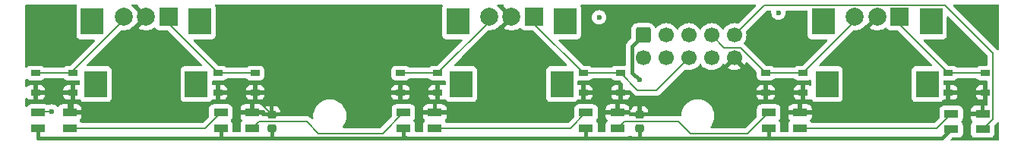
<source format=gbr>
%TF.GenerationSoftware,KiCad,Pcbnew,8.0.8*%
%TF.CreationDate,2025-04-07T15:23:35+02:00*%
%TF.ProjectId,tv25-btn+Rot,74763235-2d62-4746-9e2b-526f742e6b69,rev?*%
%TF.SameCoordinates,Original*%
%TF.FileFunction,Copper,L1,Top*%
%TF.FilePolarity,Positive*%
%FSLAX46Y46*%
G04 Gerber Fmt 4.6, Leading zero omitted, Abs format (unit mm)*
G04 Created by KiCad (PCBNEW 8.0.8) date 2025-04-07 15:23:35*
%MOMM*%
%LPD*%
G01*
G04 APERTURE LIST*
G04 Aperture macros list*
%AMRoundRect*
0 Rectangle with rounded corners*
0 $1 Rounding radius*
0 $2 $3 $4 $5 $6 $7 $8 $9 X,Y pos of 4 corners*
0 Add a 4 corners polygon primitive as box body*
4,1,4,$2,$3,$4,$5,$6,$7,$8,$9,$2,$3,0*
0 Add four circle primitives for the rounded corners*
1,1,$1+$1,$2,$3*
1,1,$1+$1,$4,$5*
1,1,$1+$1,$6,$7*
1,1,$1+$1,$8,$9*
0 Add four rect primitives between the rounded corners*
20,1,$1+$1,$2,$3,$4,$5,0*
20,1,$1+$1,$4,$5,$6,$7,0*
20,1,$1+$1,$6,$7,$8,$9,0*
20,1,$1+$1,$8,$9,$2,$3,0*%
G04 Aperture macros list end*
%TA.AperFunction,SMDPad,CuDef*%
%ADD10R,1.050000X0.650000*%
%TD*%
%TA.AperFunction,ComponentPad*%
%ADD11R,2.500000X3.000000*%
%TD*%
%TA.AperFunction,ComponentPad*%
%ADD12R,2.000000X2.000000*%
%TD*%
%TA.AperFunction,ComponentPad*%
%ADD13C,2.000000*%
%TD*%
%TA.AperFunction,SMDPad,CuDef*%
%ADD14RoundRect,0.225000X0.250000X-0.225000X0.250000X0.225000X-0.250000X0.225000X-0.250000X-0.225000X0*%
%TD*%
%TA.AperFunction,SMDPad,CuDef*%
%ADD15R,1.600000X0.850000*%
%TD*%
%TA.AperFunction,ComponentPad*%
%ADD16RoundRect,0.250000X-0.600000X0.600000X-0.600000X-0.600000X0.600000X-0.600000X0.600000X0.600000X0*%
%TD*%
%TA.AperFunction,ComponentPad*%
%ADD17C,1.700000*%
%TD*%
%TA.AperFunction,ViaPad*%
%ADD18C,0.600000*%
%TD*%
%TA.AperFunction,Conductor*%
%ADD19C,0.400000*%
%TD*%
%TA.AperFunction,Conductor*%
%ADD20C,0.200000*%
%TD*%
G04 APERTURE END LIST*
D10*
%TO.P,SW3,1,1*%
%TO.N,Net-(J1-Pin_5)*%
X147875000Y-49725000D03*
X152025000Y-49725000D03*
%TO.P,SW3,2,2*%
%TO.N,GND*%
X147875000Y-51875000D03*
X152025000Y-51875000D03*
%TD*%
%TO.P,SW1,1,1*%
%TO.N,Net-(J1-Pin_3)*%
X107175000Y-49725000D03*
X111325000Y-49725000D03*
%TO.P,SW1,2,2*%
%TO.N,GND*%
X107175000Y-51875000D03*
X111325000Y-51875000D03*
%TD*%
%TO.P,SW6,1,1*%
%TO.N,Net-(J1-Pin_8)*%
X208925000Y-49725000D03*
X213075000Y-49725000D03*
%TO.P,SW6,2,2*%
%TO.N,GND*%
X208925000Y-51875000D03*
X213075000Y-51875000D03*
%TD*%
%TO.P,SW5,1,1*%
%TO.N,Net-(J1-Pin_7)*%
X188575000Y-49725000D03*
X192725000Y-49725000D03*
%TO.P,SW5,2,2*%
%TO.N,GND*%
X188575000Y-51875000D03*
X192725000Y-51875000D03*
%TD*%
%TO.P,SW4,1,1*%
%TO.N,Net-(J1-Pin_6)*%
X168225000Y-49725000D03*
X172375000Y-49725000D03*
%TO.P,SW4,2,2*%
%TO.N,GND*%
X168225000Y-51875000D03*
X172375000Y-51875000D03*
%TD*%
D11*
%TO.P,SW9,*%
%TO.N,*%
X166250000Y-43950000D03*
X154250000Y-43950000D03*
X165850000Y-50950000D03*
X154650000Y-50950000D03*
D12*
%TO.P,SW9,A,A*%
%TO.N,Net-(J1-Pin_6)*%
X162750000Y-43450000D03*
D13*
%TO.P,SW9,B,B*%
%TO.N,Net-(J1-Pin_5)*%
X157750000Y-43450000D03*
%TO.P,SW9,C,C*%
%TO.N,GND*%
X160250000Y-43450000D03*
%TD*%
D14*
%TO.P,C1,1*%
%TO.N,+3V3*%
X133500000Y-55880000D03*
%TO.P,C1,2*%
%TO.N,GND*%
X133500000Y-54330000D03*
%TD*%
D15*
%TO.P,D5,1,DOUT*%
%TO.N,Net-(D5-DOUT)*%
X192400000Y-55880000D03*
%TO.P,D5,2,VSS*%
%TO.N,GND*%
X192400000Y-54130000D03*
%TO.P,D5,3,DIN*%
%TO.N,Net-(D4-DOUT)*%
X188900000Y-54130000D03*
%TO.P,D5,4,VDD*%
%TO.N,+3V3*%
X188900000Y-55880000D03*
%TD*%
%TO.P,D4,1,DOUT*%
%TO.N,Net-(D4-DOUT)*%
X172050000Y-55880000D03*
%TO.P,D4,2,VSS*%
%TO.N,GND*%
X172050000Y-54130000D03*
%TO.P,D4,3,DIN*%
%TO.N,Net-(D3-DOUT)*%
X168550000Y-54130000D03*
%TO.P,D4,4,VDD*%
%TO.N,+3V3*%
X168550000Y-55880000D03*
%TD*%
%TO.P,D3,1,DOUT*%
%TO.N,Net-(D3-DOUT)*%
X151700000Y-55880000D03*
%TO.P,D3,2,VSS*%
%TO.N,GND*%
X151700000Y-54130000D03*
%TO.P,D3,3,DIN*%
%TO.N,Net-(D2-DOUT)*%
X148200000Y-54130000D03*
%TO.P,D3,4,VDD*%
%TO.N,+3V3*%
X148200000Y-55880000D03*
%TD*%
%TO.P,D1,1,DOUT*%
%TO.N,Net-(D1-DOUT)*%
X111000000Y-55880000D03*
%TO.P,D1,2,VSS*%
%TO.N,GND*%
X111000000Y-54130000D03*
%TO.P,D1,3,DIN*%
%TO.N,Net-(D1-DIN)*%
X107500000Y-54130000D03*
%TO.P,D1,4,VDD*%
%TO.N,+3V3*%
X107500000Y-55880000D03*
%TD*%
%TO.P,D6,1,DOUT*%
%TO.N,Net-(D6-DOUT)*%
X212750000Y-56000000D03*
%TO.P,D6,2,VSS*%
%TO.N,GND*%
X212750000Y-54250000D03*
%TO.P,D6,3,DIN*%
%TO.N,Net-(D5-DOUT)*%
X209250000Y-54250000D03*
%TO.P,D6,4,VDD*%
%TO.N,+3V3*%
X209250000Y-56000000D03*
%TD*%
D14*
%TO.P,C2,1*%
%TO.N,+3V3*%
X174500000Y-55880000D03*
%TO.P,C2,2*%
%TO.N,GND*%
X174500000Y-54330000D03*
%TD*%
D10*
%TO.P,SW2,1,1*%
%TO.N,Net-(J1-Pin_4)*%
X127525000Y-49725000D03*
X131675000Y-49725000D03*
%TO.P,SW2,2,2*%
%TO.N,GND*%
X127525000Y-51875000D03*
X131675000Y-51875000D03*
%TD*%
D15*
%TO.P,D2,1,DOUT*%
%TO.N,Net-(D2-DOUT)*%
X131350000Y-55880000D03*
%TO.P,D2,2,VSS*%
%TO.N,GND*%
X131350000Y-54130000D03*
%TO.P,D2,3,DIN*%
%TO.N,Net-(D1-DOUT)*%
X127850000Y-54130000D03*
%TO.P,D2,4,VDD*%
%TO.N,+3V3*%
X127850000Y-55880000D03*
%TD*%
D11*
%TO.P,SW7,*%
%TO.N,*%
X207000000Y-43950000D03*
X195000000Y-43950000D03*
X206600000Y-50950000D03*
X195400000Y-50950000D03*
D12*
%TO.P,SW7,A,A*%
%TO.N,Net-(J1-Pin_8)*%
X203500000Y-43450000D03*
D13*
%TO.P,SW7,B,B*%
%TO.N,Net-(J1-Pin_7)*%
X198500000Y-43450000D03*
%TO.P,SW7,C,C*%
%TO.N,GND*%
X201000000Y-43450000D03*
%TD*%
D11*
%TO.P,SW8,*%
%TO.N,*%
X125500000Y-43950000D03*
X113500000Y-43950000D03*
X125100000Y-50950000D03*
X113900000Y-50950000D03*
D12*
%TO.P,SW8,A,A*%
%TO.N,Net-(J1-Pin_4)*%
X122000000Y-43450000D03*
D13*
%TO.P,SW8,B,B*%
%TO.N,Net-(J1-Pin_3)*%
X117000000Y-43450000D03*
%TO.P,SW8,C,C*%
%TO.N,GND*%
X119500000Y-43450000D03*
%TD*%
D16*
%TO.P,J1,1,Pin_1*%
%TO.N,+3V3*%
X174920000Y-45500000D03*
D17*
%TO.P,J1,2,Pin_2*%
%TO.N,Net-(D1-DIN)*%
X174920000Y-48040000D03*
%TO.P,J1,3,Pin_3*%
%TO.N,Net-(J1-Pin_3)*%
X177460000Y-45500000D03*
%TO.P,J1,4,Pin_4*%
%TO.N,Net-(J1-Pin_4)*%
X177460000Y-48040000D03*
%TO.P,J1,5,Pin_5*%
%TO.N,Net-(J1-Pin_5)*%
X180000000Y-45500000D03*
%TO.P,J1,6,Pin_6*%
%TO.N,Net-(J1-Pin_6)*%
X180000000Y-48040000D03*
%TO.P,J1,7,Pin_7*%
%TO.N,Net-(J1-Pin_7)*%
X182540000Y-45500000D03*
%TO.P,J1,8,Pin_8*%
%TO.N,Net-(J1-Pin_8)*%
X182540000Y-48040000D03*
%TO.P,J1,9,Pin_9*%
%TO.N,Net-(D6-DOUT)*%
X185080000Y-45500000D03*
%TO.P,J1,10,Pin_10*%
%TO.N,GND*%
X185080000Y-48040000D03*
%TD*%
D18*
%TO.N,*%
X190000000Y-43000000D03*
%TO.N,GND*%
X190500000Y-48000000D03*
%TO.N,*%
X170000000Y-43500000D03*
%TO.N,GND*%
X212500000Y-43500000D03*
X107500000Y-43000000D03*
%TO.N,+3V3*%
X174500000Y-50499998D03*
X173500000Y-56954000D03*
%TO.N,Net-(D1-DIN)*%
X109000000Y-54000000D03*
%TD*%
D19*
%TO.N,+3V3*%
X173670000Y-49669998D02*
X174500000Y-50499998D01*
X174920000Y-45500000D02*
X173670000Y-46750000D01*
D20*
%TO.N,Net-(J1-Pin_6)*%
X174300000Y-51650000D02*
X176390000Y-51650000D01*
D19*
%TO.N,+3V3*%
X173670000Y-46750000D02*
X173670000Y-49669998D01*
D20*
%TO.N,Net-(J1-Pin_6)*%
X172375000Y-49725000D02*
X174300000Y-51650000D01*
X176390000Y-51650000D02*
X180000000Y-48040000D01*
D19*
%TO.N,+3V3*%
X107500000Y-57000000D02*
X128000000Y-57000000D01*
X128000000Y-57000000D02*
X133500000Y-57000000D01*
X127850000Y-55880000D02*
X127850000Y-56850000D01*
X127850000Y-56850000D02*
X128000000Y-57000000D01*
X133500000Y-57000000D02*
X148500000Y-57000000D01*
X133500000Y-55880000D02*
X133500000Y-57000000D01*
X148500000Y-57000000D02*
X168500000Y-57000000D01*
X148200000Y-55880000D02*
X148200000Y-56700000D01*
X148200000Y-56700000D02*
X148500000Y-57000000D01*
X168500000Y-57000000D02*
X174500000Y-57000000D01*
X168550000Y-55880000D02*
X168550000Y-56950000D01*
X168550000Y-56950000D02*
X168500000Y-57000000D01*
X174500000Y-57000000D02*
X189000000Y-57000000D01*
X174500000Y-55880000D02*
X174500000Y-57000000D01*
X188900000Y-55880000D02*
X188900000Y-56900000D01*
X189000000Y-57000000D02*
X208250000Y-57000000D01*
X188900000Y-56900000D02*
X189000000Y-57000000D01*
X107500000Y-55880000D02*
X107500000Y-57000000D01*
X208250000Y-57000000D02*
X209250000Y-56000000D01*
D20*
%TO.N,Net-(D1-DIN)*%
X109000000Y-54000000D02*
X107630000Y-54000000D01*
X107630000Y-54000000D02*
X107500000Y-54130000D01*
%TO.N,GND*%
X127525000Y-51875000D02*
X131675000Y-51875000D01*
X131675000Y-51875000D02*
X131675000Y-52505000D01*
X131675000Y-52505000D02*
X133500000Y-54330000D01*
X111325000Y-51875000D02*
X111325000Y-53805000D01*
X111325000Y-53805000D02*
X111000000Y-54130000D01*
%TO.N,Net-(D6-DOUT)*%
X212750000Y-56000000D02*
X213900000Y-54850000D01*
X208550000Y-42150000D02*
X188430000Y-42150000D01*
X213900000Y-54850000D02*
X213900000Y-47500000D01*
X188430000Y-42150000D02*
X185080000Y-45500000D01*
X213900000Y-47500000D02*
X208550000Y-42150000D01*
%TO.N,Net-(D5-DOUT)*%
X192400000Y-55880000D02*
X207620000Y-55880000D01*
X207620000Y-55880000D02*
X209250000Y-54250000D01*
%TO.N,Net-(D4-DOUT)*%
X172050000Y-55880000D02*
X172800000Y-55130000D01*
X172800000Y-55130000D02*
X178872284Y-55130000D01*
X178872284Y-55130000D02*
X180192284Y-56450000D01*
X180192284Y-56450000D02*
X186580000Y-56450000D01*
X186580000Y-56450000D02*
X188900000Y-54130000D01*
%TO.N,Net-(D3-DOUT)*%
X151700000Y-55880000D02*
X166800000Y-55880000D01*
X166800000Y-55880000D02*
X168550000Y-54130000D01*
%TO.N,Net-(D2-DOUT)*%
X131350000Y-55880000D02*
X132100000Y-55130000D01*
X132100000Y-55130000D02*
X137420000Y-55130000D01*
X138740000Y-56450000D02*
X145880000Y-56450000D01*
X137420000Y-55130000D02*
X138740000Y-56450000D01*
X145880000Y-56450000D02*
X148200000Y-54130000D01*
%TO.N,Net-(D1-DOUT)*%
X111000000Y-55880000D02*
X126100000Y-55880000D01*
X126100000Y-55880000D02*
X127850000Y-54130000D01*
%TO.N,Net-(J1-Pin_8)*%
X208925000Y-49725000D02*
X203500000Y-44300000D01*
X203500000Y-44300000D02*
X203500000Y-43450000D01*
X213075000Y-49725000D02*
X208925000Y-49725000D01*
%TO.N,Net-(J1-Pin_7)*%
X188575000Y-49725000D02*
X185740000Y-46890000D01*
X185740000Y-46890000D02*
X183930000Y-46890000D01*
X183930000Y-46890000D02*
X182540000Y-45500000D01*
X192725000Y-49725000D02*
X198500000Y-43950000D01*
X198500000Y-43950000D02*
X198500000Y-43450000D01*
X188575000Y-49725000D02*
X192725000Y-49725000D01*
%TO.N,Net-(J1-Pin_6)*%
X168225000Y-49725000D02*
X162750000Y-44250000D01*
X162750000Y-44250000D02*
X162750000Y-43450000D01*
X172375000Y-49725000D02*
X168225000Y-49725000D01*
%TO.N,Net-(J1-Pin_5)*%
X152025000Y-49725000D02*
X157750000Y-44000000D01*
X157750000Y-44000000D02*
X157750000Y-43450000D01*
X147875000Y-49725000D02*
X152025000Y-49725000D01*
%TO.N,Net-(J1-Pin_3)*%
X117000000Y-43800000D02*
X111075000Y-49725000D01*
X117000000Y-43450000D02*
X117000000Y-43800000D01*
X111075000Y-49725000D02*
X107175000Y-49725000D01*
%TO.N,Net-(J1-Pin_4)*%
X122000000Y-44200000D02*
X127525000Y-49725000D01*
X127525000Y-49725000D02*
X131675000Y-49725000D01*
X122000000Y-43450000D02*
X122000000Y-44200000D01*
%TD*%
%TA.AperFunction,Conductor*%
%TO.N,GND*%
G36*
X152503270Y-42070185D02*
G01*
X152549025Y-42122989D01*
X152558969Y-42192147D01*
X152552413Y-42217833D01*
X152505908Y-42342517D01*
X152499501Y-42402116D01*
X152499501Y-42402123D01*
X152499500Y-42402135D01*
X152499500Y-45497870D01*
X152499501Y-45497876D01*
X152505908Y-45557483D01*
X152556202Y-45692328D01*
X152556206Y-45692335D01*
X152642452Y-45807544D01*
X152642455Y-45807547D01*
X152757664Y-45893793D01*
X152757671Y-45893797D01*
X152892517Y-45944091D01*
X152892516Y-45944091D01*
X152899444Y-45944835D01*
X152952127Y-45950500D01*
X154650902Y-45950499D01*
X154717941Y-45970184D01*
X154763696Y-46022987D01*
X154773640Y-46092146D01*
X154744615Y-46155702D01*
X154738583Y-46162180D01*
X152037582Y-48863181D01*
X151976259Y-48896666D01*
X151949901Y-48899500D01*
X151452129Y-48899500D01*
X151452123Y-48899501D01*
X151392516Y-48905908D01*
X151257671Y-48956202D01*
X151257664Y-48956206D01*
X151142457Y-49042451D01*
X151142449Y-49042458D01*
X151118232Y-49074810D01*
X151062299Y-49116682D01*
X151018965Y-49124500D01*
X148881035Y-49124500D01*
X148813996Y-49104815D01*
X148781768Y-49074810D01*
X148757550Y-49042458D01*
X148757547Y-49042455D01*
X148757546Y-49042454D01*
X148726833Y-49019462D01*
X148642335Y-48956206D01*
X148642328Y-48956202D01*
X148507482Y-48905908D01*
X148507483Y-48905908D01*
X148447883Y-48899501D01*
X148447881Y-48899500D01*
X148447873Y-48899500D01*
X148447864Y-48899500D01*
X147302129Y-48899500D01*
X147302123Y-48899501D01*
X147242516Y-48905908D01*
X147107671Y-48956202D01*
X147107664Y-48956206D01*
X146992455Y-49042452D01*
X146992452Y-49042455D01*
X146906206Y-49157664D01*
X146906202Y-49157671D01*
X146855910Y-49292513D01*
X146855909Y-49292517D01*
X146849500Y-49352127D01*
X146849500Y-49352134D01*
X146849500Y-49352135D01*
X146849500Y-50097870D01*
X146849501Y-50097876D01*
X146855908Y-50157483D01*
X146906202Y-50292328D01*
X146906206Y-50292335D01*
X146992452Y-50407544D01*
X146992455Y-50407547D01*
X147107664Y-50493793D01*
X147107671Y-50493797D01*
X147242517Y-50544091D01*
X147242516Y-50544091D01*
X147248525Y-50544737D01*
X147302127Y-50550500D01*
X148447872Y-50550499D01*
X148507483Y-50544091D01*
X148642331Y-50493796D01*
X148757546Y-50407546D01*
X148770791Y-50389854D01*
X148781768Y-50375190D01*
X148837701Y-50333318D01*
X148881035Y-50325500D01*
X151018965Y-50325500D01*
X151086004Y-50345185D01*
X151118232Y-50375190D01*
X151142449Y-50407541D01*
X151142452Y-50407544D01*
X151142454Y-50407546D01*
X151171095Y-50428987D01*
X151257664Y-50493793D01*
X151257671Y-50493797D01*
X151392517Y-50544091D01*
X151392516Y-50544091D01*
X151398525Y-50544737D01*
X151452127Y-50550500D01*
X152597872Y-50550499D01*
X152657483Y-50544091D01*
X152705752Y-50526088D01*
X152732167Y-50516236D01*
X152801859Y-50511252D01*
X152863182Y-50544737D01*
X152896666Y-50606061D01*
X152899500Y-50632418D01*
X152899500Y-50968115D01*
X152879815Y-51035154D01*
X152827011Y-51080909D01*
X152757853Y-51090853D01*
X152732167Y-51084297D01*
X152657379Y-51056403D01*
X152657372Y-51056401D01*
X152597844Y-51050000D01*
X152275000Y-51050000D01*
X152275000Y-52700000D01*
X152597828Y-52700000D01*
X152597844Y-52699999D01*
X152657372Y-52693598D01*
X152657376Y-52693597D01*
X152800398Y-52640253D01*
X152801185Y-52642365D01*
X152857332Y-52630144D01*
X152922800Y-52654552D01*
X152949976Y-52685913D01*
X152950888Y-52685231D01*
X153042452Y-52807544D01*
X153042455Y-52807547D01*
X153157664Y-52893793D01*
X153157671Y-52893797D01*
X153292517Y-52944091D01*
X153292516Y-52944091D01*
X153299444Y-52944835D01*
X153352127Y-52950500D01*
X155947872Y-52950499D01*
X156007483Y-52944091D01*
X156142331Y-52893796D01*
X156257546Y-52807546D01*
X156343796Y-52692331D01*
X156394091Y-52557483D01*
X156400500Y-52497873D01*
X156400499Y-49402128D01*
X156394091Y-49342517D01*
X156393402Y-49340671D01*
X156343797Y-49207671D01*
X156343793Y-49207664D01*
X156257547Y-49092455D01*
X156257544Y-49092452D01*
X156142335Y-49006206D01*
X156142328Y-49006202D01*
X156007482Y-48955908D01*
X156007483Y-48955908D01*
X155947883Y-48949501D01*
X155947881Y-48949500D01*
X155947873Y-48949500D01*
X155947865Y-48949500D01*
X153949096Y-48949500D01*
X153882057Y-48929815D01*
X153836302Y-48877011D01*
X153826358Y-48807853D01*
X153855383Y-48744297D01*
X153861415Y-48737819D01*
X154676832Y-47922403D01*
X157612417Y-44986819D01*
X157673740Y-44953334D01*
X157700098Y-44950500D01*
X157874335Y-44950500D01*
X158119614Y-44909571D01*
X158354810Y-44828828D01*
X158573509Y-44710474D01*
X158769744Y-44557738D01*
X158938164Y-44374785D01*
X158938169Y-44374777D01*
X158941311Y-44370741D01*
X158943050Y-44372094D01*
X158989095Y-44332764D01*
X159018375Y-44328069D01*
X159767037Y-43579408D01*
X159784075Y-43642993D01*
X159849901Y-43757007D01*
X159942993Y-43850099D01*
X160057007Y-43915925D01*
X160120589Y-43932962D01*
X159379943Y-44673609D01*
X159426768Y-44710055D01*
X159426771Y-44710057D01*
X159645385Y-44828364D01*
X159645396Y-44828369D01*
X159880506Y-44909083D01*
X160125707Y-44950000D01*
X160374293Y-44950000D01*
X160619493Y-44909083D01*
X160854603Y-44828369D01*
X160854614Y-44828364D01*
X161073230Y-44710056D01*
X161073236Y-44710051D01*
X161129107Y-44666565D01*
X161194101Y-44640921D01*
X161262641Y-44654487D01*
X161304537Y-44690105D01*
X161392455Y-44807547D01*
X161507664Y-44893793D01*
X161507671Y-44893797D01*
X161642517Y-44944091D01*
X161642516Y-44944091D01*
X161647400Y-44944616D01*
X161702127Y-44950500D01*
X162549902Y-44950499D01*
X162616941Y-44970183D01*
X162637583Y-44986818D01*
X166388584Y-48737819D01*
X166422069Y-48799142D01*
X166417085Y-48868834D01*
X166375213Y-48924767D01*
X166309749Y-48949184D01*
X166300903Y-48949500D01*
X164552129Y-48949500D01*
X164552123Y-48949501D01*
X164492516Y-48955908D01*
X164357671Y-49006202D01*
X164357664Y-49006206D01*
X164242455Y-49092452D01*
X164242452Y-49092455D01*
X164156206Y-49207664D01*
X164156202Y-49207671D01*
X164105908Y-49342517D01*
X164101896Y-49379841D01*
X164099501Y-49402123D01*
X164099500Y-49402135D01*
X164099500Y-52497870D01*
X164099501Y-52497876D01*
X164105908Y-52557483D01*
X164156202Y-52692328D01*
X164156206Y-52692335D01*
X164242452Y-52807544D01*
X164242455Y-52807547D01*
X164357664Y-52893793D01*
X164357671Y-52893797D01*
X164492517Y-52944091D01*
X164492516Y-52944091D01*
X164499444Y-52944835D01*
X164552127Y-52950500D01*
X167147872Y-52950499D01*
X167207483Y-52944091D01*
X167342331Y-52893796D01*
X167457546Y-52807546D01*
X167504241Y-52745169D01*
X167560173Y-52703300D01*
X167616764Y-52696193D01*
X167652160Y-52699999D01*
X167652172Y-52700000D01*
X167975000Y-52700000D01*
X168475000Y-52700000D01*
X168797828Y-52700000D01*
X168797844Y-52699999D01*
X168857372Y-52693598D01*
X168857379Y-52693596D01*
X168992086Y-52643354D01*
X168992093Y-52643350D01*
X169107187Y-52557190D01*
X169107190Y-52557187D01*
X169193350Y-52442093D01*
X169193354Y-52442086D01*
X169243596Y-52307379D01*
X169243598Y-52307372D01*
X169249999Y-52247844D01*
X171350000Y-52247844D01*
X171356401Y-52307372D01*
X171356403Y-52307379D01*
X171406645Y-52442086D01*
X171406649Y-52442093D01*
X171492809Y-52557187D01*
X171492812Y-52557190D01*
X171607906Y-52643350D01*
X171607913Y-52643354D01*
X171742620Y-52693596D01*
X171742627Y-52693598D01*
X171802155Y-52699999D01*
X171802172Y-52700000D01*
X172125000Y-52700000D01*
X172625000Y-52700000D01*
X172947828Y-52700000D01*
X172947844Y-52699999D01*
X173007372Y-52693598D01*
X173007379Y-52693596D01*
X173142086Y-52643354D01*
X173142093Y-52643350D01*
X173257187Y-52557190D01*
X173257190Y-52557187D01*
X173343350Y-52442093D01*
X173343354Y-52442086D01*
X173393596Y-52307379D01*
X173393598Y-52307372D01*
X173399999Y-52247844D01*
X173400000Y-52247827D01*
X173400000Y-52125000D01*
X172625000Y-52125000D01*
X172625000Y-52700000D01*
X172125000Y-52700000D01*
X172125000Y-52125000D01*
X171350000Y-52125000D01*
X171350000Y-52247844D01*
X169249999Y-52247844D01*
X169250000Y-52247827D01*
X169250000Y-52125000D01*
X168475000Y-52125000D01*
X168475000Y-52700000D01*
X167975000Y-52700000D01*
X167975000Y-51625000D01*
X168475000Y-51625000D01*
X169250000Y-51625000D01*
X169250000Y-51502172D01*
X169249999Y-51502155D01*
X171350000Y-51502155D01*
X171350000Y-51625000D01*
X172125000Y-51625000D01*
X172125000Y-51050000D01*
X171802155Y-51050000D01*
X171742627Y-51056401D01*
X171742620Y-51056403D01*
X171607913Y-51106645D01*
X171607906Y-51106649D01*
X171492812Y-51192809D01*
X171492809Y-51192812D01*
X171406649Y-51307906D01*
X171406645Y-51307913D01*
X171356403Y-51442620D01*
X171356401Y-51442627D01*
X171350000Y-51502155D01*
X169249999Y-51502155D01*
X169243598Y-51442627D01*
X169243596Y-51442620D01*
X169193354Y-51307913D01*
X169193350Y-51307906D01*
X169107190Y-51192812D01*
X169107187Y-51192809D01*
X168992093Y-51106649D01*
X168992086Y-51106645D01*
X168857379Y-51056403D01*
X168857372Y-51056401D01*
X168797844Y-51050000D01*
X168475000Y-51050000D01*
X168475000Y-51625000D01*
X167975000Y-51625000D01*
X167975000Y-51050000D01*
X167724499Y-51050000D01*
X167657460Y-51030315D01*
X167611705Y-50977511D01*
X167600499Y-50926000D01*
X167600499Y-50674499D01*
X167620184Y-50607460D01*
X167672988Y-50561705D01*
X167724494Y-50550499D01*
X168797872Y-50550499D01*
X168857483Y-50544091D01*
X168992331Y-50493796D01*
X169107546Y-50407546D01*
X169120791Y-50389854D01*
X169131768Y-50375190D01*
X169187701Y-50333318D01*
X169231035Y-50325500D01*
X171368965Y-50325500D01*
X171436004Y-50345185D01*
X171468232Y-50375190D01*
X171492449Y-50407541D01*
X171492452Y-50407544D01*
X171492454Y-50407546D01*
X171521095Y-50428987D01*
X171607664Y-50493793D01*
X171607671Y-50493797D01*
X171624297Y-50499998D01*
X171742517Y-50544091D01*
X171802127Y-50550500D01*
X172299902Y-50550499D01*
X172366941Y-50570183D01*
X172387583Y-50586818D01*
X172650201Y-50849436D01*
X172683686Y-50910759D01*
X172678702Y-50980451D01*
X172650202Y-51024798D01*
X172625000Y-51050000D01*
X172625000Y-51625000D01*
X173374403Y-51625000D01*
X173441442Y-51644685D01*
X173462084Y-51661319D01*
X173815139Y-52014374D01*
X173815149Y-52014385D01*
X173819479Y-52018715D01*
X173819480Y-52018716D01*
X173931284Y-52130520D01*
X174012674Y-52177510D01*
X174068215Y-52209577D01*
X174220943Y-52250500D01*
X174379057Y-52250500D01*
X176303331Y-52250500D01*
X176303347Y-52250501D01*
X176310943Y-52250501D01*
X176469054Y-52250501D01*
X176469057Y-52250501D01*
X176478973Y-52247844D01*
X187550000Y-52247844D01*
X187556401Y-52307372D01*
X187556403Y-52307379D01*
X187606645Y-52442086D01*
X187606649Y-52442093D01*
X187692809Y-52557187D01*
X187692812Y-52557190D01*
X187807906Y-52643350D01*
X187807913Y-52643354D01*
X187942620Y-52693596D01*
X187942627Y-52693598D01*
X188002155Y-52699999D01*
X188002172Y-52700000D01*
X188325000Y-52700000D01*
X188825000Y-52700000D01*
X189147828Y-52700000D01*
X189147844Y-52699999D01*
X189207372Y-52693598D01*
X189207379Y-52693596D01*
X189342086Y-52643354D01*
X189342093Y-52643350D01*
X189457187Y-52557190D01*
X189457190Y-52557187D01*
X189543350Y-52442093D01*
X189543354Y-52442086D01*
X189593596Y-52307379D01*
X189593598Y-52307372D01*
X189599999Y-52247844D01*
X191700000Y-52247844D01*
X191706401Y-52307372D01*
X191706403Y-52307379D01*
X191756645Y-52442086D01*
X191756649Y-52442093D01*
X191842809Y-52557187D01*
X191842812Y-52557190D01*
X191957906Y-52643350D01*
X191957913Y-52643354D01*
X192092620Y-52693596D01*
X192092627Y-52693598D01*
X192152155Y-52699999D01*
X192152172Y-52700000D01*
X192475000Y-52700000D01*
X192475000Y-52125000D01*
X191700000Y-52125000D01*
X191700000Y-52247844D01*
X189599999Y-52247844D01*
X189600000Y-52247827D01*
X189600000Y-52125000D01*
X188825000Y-52125000D01*
X188825000Y-52700000D01*
X188325000Y-52700000D01*
X188325000Y-52125000D01*
X187550000Y-52125000D01*
X187550000Y-52247844D01*
X176478973Y-52247844D01*
X176621785Y-52209577D01*
X176677326Y-52177510D01*
X176758716Y-52130520D01*
X176870520Y-52018716D01*
X176870520Y-52018714D01*
X176880724Y-52008511D01*
X176880728Y-52008506D01*
X177387079Y-51502155D01*
X187550000Y-51502155D01*
X187550000Y-51625000D01*
X188325000Y-51625000D01*
X188825000Y-51625000D01*
X189600000Y-51625000D01*
X189600000Y-51502172D01*
X189599999Y-51502155D01*
X191700000Y-51502155D01*
X191700000Y-51625000D01*
X192475000Y-51625000D01*
X192475000Y-51050000D01*
X192152155Y-51050000D01*
X192092627Y-51056401D01*
X192092620Y-51056403D01*
X191957913Y-51106645D01*
X191957906Y-51106649D01*
X191842812Y-51192809D01*
X191842809Y-51192812D01*
X191756649Y-51307906D01*
X191756645Y-51307913D01*
X191706403Y-51442620D01*
X191706401Y-51442627D01*
X191700000Y-51502155D01*
X189599999Y-51502155D01*
X189593598Y-51442627D01*
X189593596Y-51442620D01*
X189543354Y-51307913D01*
X189543350Y-51307906D01*
X189457190Y-51192812D01*
X189457187Y-51192809D01*
X189342093Y-51106649D01*
X189342086Y-51106645D01*
X189207379Y-51056403D01*
X189207372Y-51056401D01*
X189147844Y-51050000D01*
X188825000Y-51050000D01*
X188825000Y-51625000D01*
X188325000Y-51625000D01*
X188325000Y-51050000D01*
X188002155Y-51050000D01*
X187942627Y-51056401D01*
X187942620Y-51056403D01*
X187807913Y-51106645D01*
X187807906Y-51106649D01*
X187692812Y-51192809D01*
X187692809Y-51192812D01*
X187606649Y-51307906D01*
X187606645Y-51307913D01*
X187556403Y-51442620D01*
X187556401Y-51442627D01*
X187550000Y-51502155D01*
X177387079Y-51502155D01*
X179516470Y-49372763D01*
X179577791Y-49339280D01*
X179636238Y-49340670D01*
X179764592Y-49375063D01*
X179952918Y-49391539D01*
X179999999Y-49395659D01*
X180000000Y-49395659D01*
X180000001Y-49395659D01*
X180039234Y-49392226D01*
X180235408Y-49375063D01*
X180463663Y-49313903D01*
X180677830Y-49214035D01*
X180871401Y-49078495D01*
X181038495Y-48911401D01*
X181168425Y-48725842D01*
X181223002Y-48682217D01*
X181292500Y-48675023D01*
X181354855Y-48706546D01*
X181371575Y-48725842D01*
X181497658Y-48905908D01*
X181501505Y-48911401D01*
X181668599Y-49078495D01*
X181688536Y-49092455D01*
X181862165Y-49214032D01*
X181862167Y-49214033D01*
X181862170Y-49214035D01*
X182076337Y-49313903D01*
X182304592Y-49375063D01*
X182492918Y-49391539D01*
X182539999Y-49395659D01*
X182540000Y-49395659D01*
X182540001Y-49395659D01*
X182579234Y-49392226D01*
X182775408Y-49375063D01*
X183003663Y-49313903D01*
X183217830Y-49214035D01*
X183411401Y-49078495D01*
X183578495Y-48911401D01*
X183708730Y-48725405D01*
X183763307Y-48681781D01*
X183832805Y-48674587D01*
X183895160Y-48706110D01*
X183911879Y-48725405D01*
X183965072Y-48801372D01*
X183965073Y-48801372D01*
X184597037Y-48169408D01*
X184614075Y-48232993D01*
X184679901Y-48347007D01*
X184772993Y-48440099D01*
X184887007Y-48505925D01*
X184950591Y-48522962D01*
X184318626Y-49154926D01*
X184402417Y-49213598D01*
X184402421Y-49213600D01*
X184616507Y-49313429D01*
X184616516Y-49313433D01*
X184844673Y-49374567D01*
X184844684Y-49374569D01*
X185079998Y-49395157D01*
X185080002Y-49395157D01*
X185315315Y-49374569D01*
X185315326Y-49374567D01*
X185543483Y-49313433D01*
X185543492Y-49313429D01*
X185757580Y-49213599D01*
X185841371Y-49154925D01*
X185209408Y-48522962D01*
X185272993Y-48505925D01*
X185387007Y-48440099D01*
X185480099Y-48347007D01*
X185545925Y-48232993D01*
X185562962Y-48169408D01*
X186194925Y-48801371D01*
X186253599Y-48717580D01*
X186253601Y-48717576D01*
X186326554Y-48561129D01*
X186372726Y-48508689D01*
X186439919Y-48489537D01*
X186506801Y-48509753D01*
X186526617Y-48525852D01*
X187513181Y-49512416D01*
X187546666Y-49573739D01*
X187549500Y-49600097D01*
X187549500Y-50097870D01*
X187549501Y-50097876D01*
X187555908Y-50157483D01*
X187606202Y-50292328D01*
X187606206Y-50292335D01*
X187692452Y-50407544D01*
X187692455Y-50407547D01*
X187807664Y-50493793D01*
X187807671Y-50493797D01*
X187942517Y-50544091D01*
X187942516Y-50544091D01*
X187948525Y-50544737D01*
X188002127Y-50550500D01*
X189147872Y-50550499D01*
X189207483Y-50544091D01*
X189342331Y-50493796D01*
X189457546Y-50407546D01*
X189470791Y-50389854D01*
X189481768Y-50375190D01*
X189537701Y-50333318D01*
X189581035Y-50325500D01*
X191718965Y-50325500D01*
X191786004Y-50345185D01*
X191818232Y-50375190D01*
X191842449Y-50407541D01*
X191842452Y-50407544D01*
X191842454Y-50407546D01*
X191871095Y-50428987D01*
X191957664Y-50493793D01*
X191957671Y-50493797D01*
X192092517Y-50544091D01*
X192092516Y-50544091D01*
X192098525Y-50544737D01*
X192152127Y-50550500D01*
X193297872Y-50550499D01*
X193357483Y-50544091D01*
X193482167Y-50497587D01*
X193551859Y-50492603D01*
X193613182Y-50526088D01*
X193646666Y-50587411D01*
X193649500Y-50613769D01*
X193649500Y-50986763D01*
X193629815Y-51053802D01*
X193577011Y-51099557D01*
X193507853Y-51109501D01*
X193482168Y-51102945D01*
X193357382Y-51056403D01*
X193357372Y-51056401D01*
X193297844Y-51050000D01*
X192975000Y-51050000D01*
X192975000Y-52700000D01*
X193297828Y-52700000D01*
X193297844Y-52699999D01*
X193357372Y-52693598D01*
X193357379Y-52693596D01*
X193492086Y-52643354D01*
X193492090Y-52643352D01*
X193512580Y-52628013D01*
X193578044Y-52603594D01*
X193646317Y-52618444D01*
X193695724Y-52667848D01*
X193703073Y-52683940D01*
X193706200Y-52692325D01*
X193706206Y-52692335D01*
X193792452Y-52807544D01*
X193792455Y-52807547D01*
X193907664Y-52893793D01*
X193907671Y-52893797D01*
X194042517Y-52944091D01*
X194042516Y-52944091D01*
X194049444Y-52944835D01*
X194102127Y-52950500D01*
X196697872Y-52950499D01*
X196757483Y-52944091D01*
X196892331Y-52893796D01*
X197007546Y-52807546D01*
X197093796Y-52692331D01*
X197144091Y-52557483D01*
X197150500Y-52497873D01*
X197150499Y-49402128D01*
X197144091Y-49342517D01*
X197143402Y-49340671D01*
X197093797Y-49207671D01*
X197093793Y-49207664D01*
X197007547Y-49092455D01*
X197007544Y-49092452D01*
X196892335Y-49006206D01*
X196892328Y-49006202D01*
X196757482Y-48955908D01*
X196757483Y-48955908D01*
X196697883Y-48949501D01*
X196697881Y-48949500D01*
X196697873Y-48949500D01*
X196697865Y-48949500D01*
X194649096Y-48949500D01*
X194582057Y-48929815D01*
X194536302Y-48877011D01*
X194526358Y-48807853D01*
X194555383Y-48744297D01*
X194561415Y-48737819D01*
X198312415Y-44986819D01*
X198373738Y-44953334D01*
X198400096Y-44950500D01*
X198624335Y-44950500D01*
X198869614Y-44909571D01*
X199104810Y-44828828D01*
X199323509Y-44710474D01*
X199519744Y-44557738D01*
X199688164Y-44374785D01*
X199688169Y-44374777D01*
X199691311Y-44370741D01*
X199693050Y-44372094D01*
X199739095Y-44332764D01*
X199768375Y-44328069D01*
X200517036Y-43579407D01*
X200534075Y-43642993D01*
X200599901Y-43757007D01*
X200692993Y-43850099D01*
X200807007Y-43915925D01*
X200870589Y-43932962D01*
X200129943Y-44673609D01*
X200176768Y-44710055D01*
X200176771Y-44710057D01*
X200395385Y-44828364D01*
X200395396Y-44828369D01*
X200630506Y-44909083D01*
X200875707Y-44950000D01*
X201124293Y-44950000D01*
X201369493Y-44909083D01*
X201604603Y-44828369D01*
X201604614Y-44828364D01*
X201823230Y-44710056D01*
X201823236Y-44710051D01*
X201879107Y-44666565D01*
X201944101Y-44640921D01*
X202012641Y-44654487D01*
X202054537Y-44690105D01*
X202142455Y-44807547D01*
X202257664Y-44893793D01*
X202257671Y-44893797D01*
X202392517Y-44944091D01*
X202392516Y-44944091D01*
X202397400Y-44944616D01*
X202452127Y-44950500D01*
X203249902Y-44950499D01*
X203316941Y-44970183D01*
X203337583Y-44986818D01*
X207088583Y-48737819D01*
X207122068Y-48799142D01*
X207117084Y-48868834D01*
X207075212Y-48924767D01*
X207009748Y-48949184D01*
X207000902Y-48949500D01*
X205302129Y-48949500D01*
X205302123Y-48949501D01*
X205242516Y-48955908D01*
X205107671Y-49006202D01*
X205107664Y-49006206D01*
X204992455Y-49092452D01*
X204992452Y-49092455D01*
X204906206Y-49207664D01*
X204906202Y-49207671D01*
X204855908Y-49342517D01*
X204851896Y-49379841D01*
X204849501Y-49402123D01*
X204849500Y-49402135D01*
X204849500Y-52497870D01*
X204849501Y-52497876D01*
X204855908Y-52557483D01*
X204906202Y-52692328D01*
X204906206Y-52692335D01*
X204992452Y-52807544D01*
X204992455Y-52807547D01*
X205107664Y-52893793D01*
X205107671Y-52893797D01*
X205242517Y-52944091D01*
X205242516Y-52944091D01*
X205249444Y-52944835D01*
X205302127Y-52950500D01*
X207897872Y-52950499D01*
X207957483Y-52944091D01*
X208092331Y-52893796D01*
X208207546Y-52807546D01*
X208250858Y-52749688D01*
X208306789Y-52707818D01*
X208350123Y-52700000D01*
X208675000Y-52700000D01*
X209175000Y-52700000D01*
X209497828Y-52700000D01*
X209497844Y-52699999D01*
X209557372Y-52693598D01*
X209557379Y-52693596D01*
X209692086Y-52643354D01*
X209692093Y-52643350D01*
X209807187Y-52557190D01*
X209807190Y-52557187D01*
X209893350Y-52442093D01*
X209893354Y-52442086D01*
X209943596Y-52307379D01*
X209943598Y-52307372D01*
X209949999Y-52247844D01*
X212050000Y-52247844D01*
X212056401Y-52307372D01*
X212056403Y-52307379D01*
X212106645Y-52442086D01*
X212106649Y-52442093D01*
X212192809Y-52557187D01*
X212192812Y-52557190D01*
X212307906Y-52643350D01*
X212307913Y-52643354D01*
X212442620Y-52693596D01*
X212442627Y-52693598D01*
X212502155Y-52699999D01*
X212502172Y-52700000D01*
X212825000Y-52700000D01*
X212825000Y-52125000D01*
X212050000Y-52125000D01*
X212050000Y-52247844D01*
X209949999Y-52247844D01*
X209950000Y-52247827D01*
X209950000Y-52125000D01*
X209175000Y-52125000D01*
X209175000Y-52700000D01*
X208675000Y-52700000D01*
X208675000Y-51625000D01*
X209175000Y-51625000D01*
X209950000Y-51625000D01*
X209950000Y-51502172D01*
X209949999Y-51502155D01*
X212050000Y-51502155D01*
X212050000Y-51625000D01*
X212825000Y-51625000D01*
X212825000Y-51050000D01*
X212502155Y-51050000D01*
X212442627Y-51056401D01*
X212442620Y-51056403D01*
X212307913Y-51106645D01*
X212307906Y-51106649D01*
X212192812Y-51192809D01*
X212192809Y-51192812D01*
X212106649Y-51307906D01*
X212106645Y-51307913D01*
X212056403Y-51442620D01*
X212056401Y-51442627D01*
X212050000Y-51502155D01*
X209949999Y-51502155D01*
X209943598Y-51442627D01*
X209943596Y-51442620D01*
X209893354Y-51307913D01*
X209893350Y-51307906D01*
X209807190Y-51192812D01*
X209807187Y-51192809D01*
X209692093Y-51106649D01*
X209692086Y-51106645D01*
X209557379Y-51056403D01*
X209557372Y-51056401D01*
X209497844Y-51050000D01*
X209175000Y-51050000D01*
X209175000Y-51625000D01*
X208675000Y-51625000D01*
X208675000Y-51050000D01*
X208474499Y-51050000D01*
X208407460Y-51030315D01*
X208361705Y-50977511D01*
X208350499Y-50926000D01*
X208350499Y-50674499D01*
X208370184Y-50607460D01*
X208422988Y-50561705D01*
X208474494Y-50550499D01*
X209497872Y-50550499D01*
X209557483Y-50544091D01*
X209692331Y-50493796D01*
X209807546Y-50407546D01*
X209820791Y-50389854D01*
X209831768Y-50375190D01*
X209887701Y-50333318D01*
X209931035Y-50325500D01*
X212068965Y-50325500D01*
X212136004Y-50345185D01*
X212168232Y-50375190D01*
X212192449Y-50407541D01*
X212192452Y-50407544D01*
X212192454Y-50407546D01*
X212221095Y-50428987D01*
X212307664Y-50493793D01*
X212307671Y-50493797D01*
X212442517Y-50544091D01*
X212442516Y-50544091D01*
X212448525Y-50544737D01*
X212502127Y-50550500D01*
X213175500Y-50550499D01*
X213242539Y-50570183D01*
X213288294Y-50622987D01*
X213299500Y-50674499D01*
X213299500Y-53201000D01*
X213279815Y-53268039D01*
X213227011Y-53313794D01*
X213175500Y-53325000D01*
X213000000Y-53325000D01*
X213000000Y-54126000D01*
X212980315Y-54193039D01*
X212927511Y-54238794D01*
X212876000Y-54250000D01*
X212750000Y-54250000D01*
X212750000Y-54376000D01*
X212730315Y-54443039D01*
X212677511Y-54488794D01*
X212626000Y-54500000D01*
X211450000Y-54500000D01*
X211450000Y-54722844D01*
X211456401Y-54782372D01*
X211456403Y-54782379D01*
X211506645Y-54917086D01*
X211506649Y-54917093D01*
X211592809Y-55032187D01*
X211597584Y-55036962D01*
X211631069Y-55098285D01*
X211626085Y-55167977D01*
X211597584Y-55212324D01*
X211592452Y-55217455D01*
X211506206Y-55332664D01*
X211506202Y-55332671D01*
X211455908Y-55467517D01*
X211449501Y-55527116D01*
X211449501Y-55527123D01*
X211449500Y-55527135D01*
X211449500Y-56472870D01*
X211449501Y-56472876D01*
X211455908Y-56532483D01*
X211506202Y-56667328D01*
X211506206Y-56667335D01*
X211592452Y-56782544D01*
X211592455Y-56782547D01*
X211707664Y-56868793D01*
X211707671Y-56868797D01*
X211842517Y-56919091D01*
X211842516Y-56919091D01*
X211849444Y-56919835D01*
X211902127Y-56925500D01*
X213597872Y-56925499D01*
X213657483Y-56919091D01*
X213792331Y-56868796D01*
X213907546Y-56782546D01*
X213993796Y-56667331D01*
X214044091Y-56532483D01*
X214050500Y-56472873D01*
X214050499Y-55600097D01*
X214070183Y-55533059D01*
X214086818Y-55512417D01*
X214192119Y-55407116D01*
X214380221Y-55219014D01*
X214441542Y-55185531D01*
X214511234Y-55190515D01*
X214567167Y-55232387D01*
X214591584Y-55297851D01*
X214591900Y-55306697D01*
X214591900Y-57129500D01*
X214572215Y-57196539D01*
X214519411Y-57242294D01*
X214467900Y-57253500D01*
X209286518Y-57253500D01*
X209219479Y-57233815D01*
X209173724Y-57181011D01*
X209163780Y-57111853D01*
X209192805Y-57048297D01*
X209198837Y-57041819D01*
X209278838Y-56961818D01*
X209340161Y-56928333D01*
X209366519Y-56925499D01*
X210097871Y-56925499D01*
X210097872Y-56925499D01*
X210157483Y-56919091D01*
X210292331Y-56868796D01*
X210407546Y-56782546D01*
X210493796Y-56667331D01*
X210544091Y-56532483D01*
X210550500Y-56472873D01*
X210550499Y-55527128D01*
X210544091Y-55467517D01*
X210521567Y-55407128D01*
X210493797Y-55332671D01*
X210493793Y-55332664D01*
X210407547Y-55217455D01*
X210402773Y-55212681D01*
X210369288Y-55151358D01*
X210374272Y-55081666D01*
X210402773Y-55037319D01*
X210407542Y-55032548D01*
X210407546Y-55032546D01*
X210493796Y-54917331D01*
X210544091Y-54782483D01*
X210550500Y-54722873D01*
X210550499Y-53777155D01*
X211450000Y-53777155D01*
X211450000Y-54000000D01*
X212500000Y-54000000D01*
X212500000Y-53325000D01*
X211902155Y-53325000D01*
X211842627Y-53331401D01*
X211842620Y-53331403D01*
X211707913Y-53381645D01*
X211707906Y-53381649D01*
X211592812Y-53467809D01*
X211592809Y-53467812D01*
X211506649Y-53582906D01*
X211506645Y-53582913D01*
X211456403Y-53717620D01*
X211456401Y-53717627D01*
X211450000Y-53777155D01*
X210550499Y-53777155D01*
X210550499Y-53777128D01*
X210544091Y-53717517D01*
X210530021Y-53679794D01*
X210493797Y-53582671D01*
X210493793Y-53582664D01*
X210407547Y-53467455D01*
X210407544Y-53467452D01*
X210292335Y-53381206D01*
X210292328Y-53381202D01*
X210157482Y-53330908D01*
X210157483Y-53330908D01*
X210097883Y-53324501D01*
X210097881Y-53324500D01*
X210097873Y-53324500D01*
X210097864Y-53324500D01*
X208402129Y-53324500D01*
X208402123Y-53324501D01*
X208342516Y-53330908D01*
X208207671Y-53381202D01*
X208207664Y-53381206D01*
X208092455Y-53467452D01*
X208092452Y-53467455D01*
X208006206Y-53582664D01*
X208006202Y-53582671D01*
X207955908Y-53717517D01*
X207952572Y-53748553D01*
X207949501Y-53777123D01*
X207949500Y-53777135D01*
X207949500Y-54649902D01*
X207929815Y-54716941D01*
X207913181Y-54737583D01*
X207407584Y-55243181D01*
X207346261Y-55276666D01*
X207319903Y-55279500D01*
X193753861Y-55279500D01*
X193686822Y-55259815D01*
X193649362Y-55219581D01*
X193649112Y-55219769D01*
X193647364Y-55217434D01*
X193645027Y-55214924D01*
X193643797Y-55212673D01*
X193643796Y-55212669D01*
X193643793Y-55212665D01*
X193643792Y-55212663D01*
X193557547Y-55097455D01*
X193552416Y-55092324D01*
X193518931Y-55031001D01*
X193523915Y-54961309D01*
X193552416Y-54916962D01*
X193557190Y-54912187D01*
X193643350Y-54797093D01*
X193643354Y-54797086D01*
X193693596Y-54662379D01*
X193693598Y-54662372D01*
X193699999Y-54602844D01*
X193700000Y-54602827D01*
X193700000Y-54380000D01*
X191100000Y-54380000D01*
X191100000Y-54602844D01*
X191106401Y-54662372D01*
X191106403Y-54662379D01*
X191156645Y-54797086D01*
X191156649Y-54797093D01*
X191242809Y-54912187D01*
X191247584Y-54916962D01*
X191281069Y-54978285D01*
X191276085Y-55047977D01*
X191247584Y-55092324D01*
X191242452Y-55097455D01*
X191156206Y-55212664D01*
X191156202Y-55212671D01*
X191105908Y-55347517D01*
X191099501Y-55407116D01*
X191099500Y-55407127D01*
X191099500Y-55849500D01*
X191099501Y-56175500D01*
X191079817Y-56242539D01*
X191027013Y-56288294D01*
X190975501Y-56299500D01*
X190324500Y-56299500D01*
X190257461Y-56279815D01*
X190211706Y-56227011D01*
X190200500Y-56175500D01*
X190200499Y-55407129D01*
X190200498Y-55407123D01*
X190200497Y-55407116D01*
X190194091Y-55347517D01*
X190188551Y-55332664D01*
X190143797Y-55212671D01*
X190143793Y-55212664D01*
X190057547Y-55097455D01*
X190052773Y-55092681D01*
X190019288Y-55031358D01*
X190024272Y-54961666D01*
X190052773Y-54917319D01*
X190057542Y-54912548D01*
X190057546Y-54912546D01*
X190143796Y-54797331D01*
X190194091Y-54662483D01*
X190200500Y-54602873D01*
X190200499Y-53657155D01*
X191100000Y-53657155D01*
X191100000Y-53880000D01*
X192150000Y-53880000D01*
X192650000Y-53880000D01*
X193700000Y-53880000D01*
X193700000Y-53657172D01*
X193699999Y-53657155D01*
X193693598Y-53597627D01*
X193693596Y-53597620D01*
X193643354Y-53462913D01*
X193643350Y-53462906D01*
X193557190Y-53347812D01*
X193557187Y-53347809D01*
X193442093Y-53261649D01*
X193442086Y-53261645D01*
X193307379Y-53211403D01*
X193307372Y-53211401D01*
X193247844Y-53205000D01*
X192650000Y-53205000D01*
X192650000Y-53880000D01*
X192150000Y-53880000D01*
X192150000Y-53205000D01*
X191552155Y-53205000D01*
X191492627Y-53211401D01*
X191492620Y-53211403D01*
X191357913Y-53261645D01*
X191357906Y-53261649D01*
X191242812Y-53347809D01*
X191242809Y-53347812D01*
X191156649Y-53462906D01*
X191156645Y-53462913D01*
X191106403Y-53597620D01*
X191106401Y-53597627D01*
X191100000Y-53657155D01*
X190200499Y-53657155D01*
X190200499Y-53657128D01*
X190194091Y-53597517D01*
X190188641Y-53582906D01*
X190143797Y-53462671D01*
X190143793Y-53462664D01*
X190057547Y-53347455D01*
X190057544Y-53347452D01*
X189942335Y-53261206D01*
X189942328Y-53261202D01*
X189807482Y-53210908D01*
X189807483Y-53210908D01*
X189747883Y-53204501D01*
X189747881Y-53204500D01*
X189747873Y-53204500D01*
X189747864Y-53204500D01*
X188052129Y-53204500D01*
X188052123Y-53204501D01*
X187992516Y-53210908D01*
X187857671Y-53261202D01*
X187857664Y-53261206D01*
X187742455Y-53347452D01*
X187742452Y-53347455D01*
X187656206Y-53462664D01*
X187656202Y-53462671D01*
X187605908Y-53597517D01*
X187600022Y-53652271D01*
X187599501Y-53657123D01*
X187599500Y-53657135D01*
X187599500Y-54529902D01*
X187579815Y-54596941D01*
X187563181Y-54617583D01*
X186367584Y-55813181D01*
X186306261Y-55846666D01*
X186279903Y-55849500D01*
X182548444Y-55849500D01*
X182481405Y-55829815D01*
X182435650Y-55777011D01*
X182425706Y-55707853D01*
X182450068Y-55650014D01*
X182452921Y-55646294D01*
X182541936Y-55530289D01*
X182663224Y-55320212D01*
X182756054Y-55096100D01*
X182818838Y-54861789D01*
X182850500Y-54621288D01*
X182850500Y-54378712D01*
X182818838Y-54138211D01*
X182756054Y-53903900D01*
X182663224Y-53679788D01*
X182541936Y-53469711D01*
X182394265Y-53277262D01*
X182394260Y-53277256D01*
X182222743Y-53105739D01*
X182222736Y-53105733D01*
X182030293Y-52958067D01*
X182030292Y-52958066D01*
X182030289Y-52958064D01*
X181820212Y-52836776D01*
X181820205Y-52836773D01*
X181596104Y-52743947D01*
X181408200Y-52693598D01*
X181361789Y-52681162D01*
X181361788Y-52681161D01*
X181361785Y-52681161D01*
X181121289Y-52649500D01*
X181121288Y-52649500D01*
X180878712Y-52649500D01*
X180878711Y-52649500D01*
X180638214Y-52681161D01*
X180403895Y-52743947D01*
X180179794Y-52836773D01*
X180179785Y-52836777D01*
X179969706Y-52958067D01*
X179777263Y-53105733D01*
X179777256Y-53105739D01*
X179605739Y-53277256D01*
X179605733Y-53277263D01*
X179458067Y-53469706D01*
X179336777Y-53679785D01*
X179336773Y-53679794D01*
X179243947Y-53903895D01*
X179181161Y-54138214D01*
X179149500Y-54378711D01*
X179149500Y-54420996D01*
X179129815Y-54488035D01*
X179077011Y-54533790D01*
X179007853Y-54543734D01*
X178993414Y-54540772D01*
X178951341Y-54529499D01*
X178793227Y-54529499D01*
X178785631Y-54529499D01*
X178785615Y-54529500D01*
X173474000Y-54529500D01*
X173406961Y-54509815D01*
X173361206Y-54457011D01*
X173350000Y-54405500D01*
X173350000Y-54380000D01*
X170750000Y-54380000D01*
X170750000Y-54602844D01*
X170756401Y-54662372D01*
X170756403Y-54662379D01*
X170806645Y-54797086D01*
X170806649Y-54797093D01*
X170892809Y-54912187D01*
X170897584Y-54916962D01*
X170931069Y-54978285D01*
X170926085Y-55047977D01*
X170897584Y-55092324D01*
X170892452Y-55097455D01*
X170806206Y-55212664D01*
X170806202Y-55212671D01*
X170755908Y-55347517D01*
X170749501Y-55407116D01*
X170749500Y-55407127D01*
X170749500Y-55849500D01*
X170749501Y-56175500D01*
X170729817Y-56242539D01*
X170677013Y-56288294D01*
X170625501Y-56299500D01*
X169974500Y-56299500D01*
X169907461Y-56279815D01*
X169861706Y-56227011D01*
X169850500Y-56175500D01*
X169850499Y-55407129D01*
X169850498Y-55407123D01*
X169850497Y-55407116D01*
X169844091Y-55347517D01*
X169838551Y-55332664D01*
X169793797Y-55212671D01*
X169793793Y-55212664D01*
X169707547Y-55097455D01*
X169702773Y-55092681D01*
X169669288Y-55031358D01*
X169674272Y-54961666D01*
X169702773Y-54917319D01*
X169707542Y-54912548D01*
X169707546Y-54912546D01*
X169793796Y-54797331D01*
X169844091Y-54662483D01*
X169850500Y-54602873D01*
X169850499Y-53657155D01*
X170750000Y-53657155D01*
X170750000Y-53880000D01*
X171800000Y-53880000D01*
X172300000Y-53880000D01*
X173376134Y-53880000D01*
X173379863Y-53877963D01*
X173449556Y-53882941D01*
X173505493Y-53924806D01*
X173529917Y-53990268D01*
X173529592Y-54011728D01*
X173525000Y-54056672D01*
X173525000Y-54080000D01*
X174250000Y-54080000D01*
X174750000Y-54080000D01*
X175474999Y-54080000D01*
X175474999Y-54056692D01*
X175474998Y-54056677D01*
X175464855Y-53957392D01*
X175411547Y-53796518D01*
X175411542Y-53796507D01*
X175322575Y-53652271D01*
X175322572Y-53652267D01*
X175202732Y-53532427D01*
X175202728Y-53532424D01*
X175058492Y-53443457D01*
X175058481Y-53443452D01*
X174897606Y-53390144D01*
X174798322Y-53380000D01*
X174750000Y-53380000D01*
X174750000Y-54080000D01*
X174250000Y-54080000D01*
X174250000Y-53380000D01*
X174249999Y-53379999D01*
X174201693Y-53380000D01*
X174201675Y-53380001D01*
X174102392Y-53390144D01*
X173941518Y-53443452D01*
X173941507Y-53443457D01*
X173797271Y-53532424D01*
X173797267Y-53532427D01*
X173677427Y-53652267D01*
X173677424Y-53652271D01*
X173588453Y-53796514D01*
X173586383Y-53800955D01*
X173540212Y-53853395D01*
X173473019Y-53872549D01*
X173406138Y-53852335D01*
X173360802Y-53799171D01*
X173350000Y-53748553D01*
X173350000Y-53657172D01*
X173349999Y-53657155D01*
X173343598Y-53597627D01*
X173343596Y-53597620D01*
X173293354Y-53462913D01*
X173293350Y-53462906D01*
X173207190Y-53347812D01*
X173207187Y-53347809D01*
X173092093Y-53261649D01*
X173092086Y-53261645D01*
X172957379Y-53211403D01*
X172957372Y-53211401D01*
X172897844Y-53205000D01*
X172300000Y-53205000D01*
X172300000Y-53880000D01*
X171800000Y-53880000D01*
X171800000Y-53205000D01*
X171202155Y-53205000D01*
X171142627Y-53211401D01*
X171142620Y-53211403D01*
X171007913Y-53261645D01*
X171007906Y-53261649D01*
X170892812Y-53347809D01*
X170892809Y-53347812D01*
X170806649Y-53462906D01*
X170806645Y-53462913D01*
X170756403Y-53597620D01*
X170756401Y-53597627D01*
X170750000Y-53657155D01*
X169850499Y-53657155D01*
X169850499Y-53657128D01*
X169844091Y-53597517D01*
X169838641Y-53582906D01*
X169793797Y-53462671D01*
X169793793Y-53462664D01*
X169707547Y-53347455D01*
X169707544Y-53347452D01*
X169592335Y-53261206D01*
X169592328Y-53261202D01*
X169457482Y-53210908D01*
X169457483Y-53210908D01*
X169397883Y-53204501D01*
X169397881Y-53204500D01*
X169397873Y-53204500D01*
X169397864Y-53204500D01*
X167702129Y-53204500D01*
X167702123Y-53204501D01*
X167642516Y-53210908D01*
X167507671Y-53261202D01*
X167507664Y-53261206D01*
X167392455Y-53347452D01*
X167392452Y-53347455D01*
X167306206Y-53462664D01*
X167306202Y-53462671D01*
X167255908Y-53597517D01*
X167250022Y-53652271D01*
X167249501Y-53657123D01*
X167249500Y-53657135D01*
X167249500Y-54529901D01*
X167229815Y-54596940D01*
X167213181Y-54617582D01*
X167054656Y-54776108D01*
X166732480Y-55098285D01*
X166587584Y-55243181D01*
X166526261Y-55276666D01*
X166499903Y-55279500D01*
X153053861Y-55279500D01*
X152986822Y-55259815D01*
X152949362Y-55219581D01*
X152949112Y-55219769D01*
X152947364Y-55217434D01*
X152945027Y-55214924D01*
X152943797Y-55212673D01*
X152943796Y-55212669D01*
X152943793Y-55212665D01*
X152943792Y-55212663D01*
X152857547Y-55097455D01*
X152852416Y-55092324D01*
X152818931Y-55031001D01*
X152823915Y-54961309D01*
X152852416Y-54916962D01*
X152857190Y-54912187D01*
X152943350Y-54797093D01*
X152943354Y-54797086D01*
X152993596Y-54662379D01*
X152993598Y-54662372D01*
X152999999Y-54602844D01*
X153000000Y-54602827D01*
X153000000Y-54380000D01*
X150400000Y-54380000D01*
X150400000Y-54602844D01*
X150406401Y-54662372D01*
X150406403Y-54662379D01*
X150456645Y-54797086D01*
X150456649Y-54797093D01*
X150542809Y-54912187D01*
X150547584Y-54916962D01*
X150581069Y-54978285D01*
X150576085Y-55047977D01*
X150547584Y-55092324D01*
X150542452Y-55097455D01*
X150456206Y-55212664D01*
X150456202Y-55212671D01*
X150405908Y-55347517D01*
X150399501Y-55407116D01*
X150399500Y-55407127D01*
X150399500Y-55849500D01*
X150399501Y-56175500D01*
X150379817Y-56242539D01*
X150327013Y-56288294D01*
X150275501Y-56299500D01*
X149624500Y-56299500D01*
X149557461Y-56279815D01*
X149511706Y-56227011D01*
X149500500Y-56175500D01*
X149500499Y-55407129D01*
X149500498Y-55407123D01*
X149500497Y-55407116D01*
X149494091Y-55347517D01*
X149488551Y-55332664D01*
X149443797Y-55212671D01*
X149443793Y-55212664D01*
X149357547Y-55097455D01*
X149352773Y-55092681D01*
X149319288Y-55031358D01*
X149324272Y-54961666D01*
X149352773Y-54917319D01*
X149357542Y-54912548D01*
X149357546Y-54912546D01*
X149443796Y-54797331D01*
X149494091Y-54662483D01*
X149500500Y-54602873D01*
X149500499Y-53657155D01*
X150400000Y-53657155D01*
X150400000Y-53880000D01*
X151450000Y-53880000D01*
X151950000Y-53880000D01*
X153000000Y-53880000D01*
X153000000Y-53657172D01*
X152999999Y-53657155D01*
X152993598Y-53597627D01*
X152993596Y-53597620D01*
X152943354Y-53462913D01*
X152943350Y-53462906D01*
X152857190Y-53347812D01*
X152857187Y-53347809D01*
X152742093Y-53261649D01*
X152742086Y-53261645D01*
X152607379Y-53211403D01*
X152607372Y-53211401D01*
X152547844Y-53205000D01*
X151950000Y-53205000D01*
X151950000Y-53880000D01*
X151450000Y-53880000D01*
X151450000Y-53205000D01*
X150852155Y-53205000D01*
X150792627Y-53211401D01*
X150792620Y-53211403D01*
X150657913Y-53261645D01*
X150657906Y-53261649D01*
X150542812Y-53347809D01*
X150542809Y-53347812D01*
X150456649Y-53462906D01*
X150456645Y-53462913D01*
X150406403Y-53597620D01*
X150406401Y-53597627D01*
X150400000Y-53657155D01*
X149500499Y-53657155D01*
X149500499Y-53657128D01*
X149494091Y-53597517D01*
X149488641Y-53582906D01*
X149443797Y-53462671D01*
X149443793Y-53462664D01*
X149357547Y-53347455D01*
X149357544Y-53347452D01*
X149242335Y-53261206D01*
X149242328Y-53261202D01*
X149107482Y-53210908D01*
X149107483Y-53210908D01*
X149047883Y-53204501D01*
X149047881Y-53204500D01*
X149047873Y-53204500D01*
X149047864Y-53204500D01*
X147352129Y-53204500D01*
X147352123Y-53204501D01*
X147292516Y-53210908D01*
X147157671Y-53261202D01*
X147157664Y-53261206D01*
X147042455Y-53347452D01*
X147042452Y-53347455D01*
X146956206Y-53462664D01*
X146956202Y-53462671D01*
X146905908Y-53597517D01*
X146900022Y-53652271D01*
X146899501Y-53657123D01*
X146899500Y-53657135D01*
X146899500Y-54529902D01*
X146879815Y-54596941D01*
X146863181Y-54617583D01*
X145667584Y-55813181D01*
X145606261Y-55846666D01*
X145579903Y-55849500D01*
X141548444Y-55849500D01*
X141481405Y-55829815D01*
X141435650Y-55777011D01*
X141425706Y-55707853D01*
X141450068Y-55650014D01*
X141452921Y-55646294D01*
X141541936Y-55530289D01*
X141663224Y-55320212D01*
X141756054Y-55096100D01*
X141818838Y-54861789D01*
X141850500Y-54621288D01*
X141850500Y-54378712D01*
X141818838Y-54138211D01*
X141756054Y-53903900D01*
X141663224Y-53679788D01*
X141541936Y-53469711D01*
X141394265Y-53277262D01*
X141394260Y-53277256D01*
X141222743Y-53105739D01*
X141222736Y-53105733D01*
X141030293Y-52958067D01*
X141030292Y-52958066D01*
X141030289Y-52958064D01*
X140820212Y-52836776D01*
X140820205Y-52836773D01*
X140596104Y-52743947D01*
X140408200Y-52693598D01*
X140361789Y-52681162D01*
X140361788Y-52681161D01*
X140361785Y-52681161D01*
X140121289Y-52649500D01*
X140121288Y-52649500D01*
X139878712Y-52649500D01*
X139878711Y-52649500D01*
X139638214Y-52681161D01*
X139403895Y-52743947D01*
X139179794Y-52836773D01*
X139179785Y-52836777D01*
X138969706Y-52958067D01*
X138777263Y-53105733D01*
X138777256Y-53105739D01*
X138605739Y-53277256D01*
X138605733Y-53277263D01*
X138458067Y-53469706D01*
X138336777Y-53679785D01*
X138336773Y-53679794D01*
X138243947Y-53903895D01*
X138181161Y-54138214D01*
X138149500Y-54378711D01*
X138149500Y-54621289D01*
X138160793Y-54707073D01*
X138150027Y-54776108D01*
X138103647Y-54828363D01*
X138036378Y-54847248D01*
X137969577Y-54826767D01*
X137950173Y-54810938D01*
X137907590Y-54768355D01*
X137907588Y-54768352D01*
X137788717Y-54649481D01*
X137788716Y-54649480D01*
X137701904Y-54599360D01*
X137701904Y-54599359D01*
X137701900Y-54599358D01*
X137651785Y-54570423D01*
X137499057Y-54529499D01*
X137340943Y-54529499D01*
X137333347Y-54529499D01*
X137333331Y-54529500D01*
X132519000Y-54529500D01*
X132451961Y-54509815D01*
X132406206Y-54457011D01*
X132395000Y-54405500D01*
X132395000Y-54380000D01*
X130050000Y-54380000D01*
X130050000Y-54602844D01*
X130056401Y-54662372D01*
X130056403Y-54662379D01*
X130106645Y-54797086D01*
X130106649Y-54797093D01*
X130192809Y-54912187D01*
X130197584Y-54916962D01*
X130231069Y-54978285D01*
X130226085Y-55047977D01*
X130197584Y-55092324D01*
X130192452Y-55097455D01*
X130106206Y-55212664D01*
X130106202Y-55212671D01*
X130055908Y-55347517D01*
X130049501Y-55407116D01*
X130049500Y-55407127D01*
X130049500Y-55849500D01*
X130049501Y-56175500D01*
X130029817Y-56242539D01*
X129977013Y-56288294D01*
X129925501Y-56299500D01*
X129274500Y-56299500D01*
X129207461Y-56279815D01*
X129161706Y-56227011D01*
X129150500Y-56175500D01*
X129150499Y-55407129D01*
X129150498Y-55407123D01*
X129150497Y-55407116D01*
X129144091Y-55347517D01*
X129138551Y-55332664D01*
X129093797Y-55212671D01*
X129093793Y-55212664D01*
X129007547Y-55097455D01*
X129002773Y-55092681D01*
X128969288Y-55031358D01*
X128974272Y-54961666D01*
X129002773Y-54917319D01*
X129007542Y-54912548D01*
X129007546Y-54912546D01*
X129093796Y-54797331D01*
X129144091Y-54662483D01*
X129150500Y-54602873D01*
X129150499Y-53657155D01*
X130050000Y-53657155D01*
X130050000Y-53880000D01*
X131100000Y-53880000D01*
X131600000Y-53880000D01*
X132656000Y-53880000D01*
X132723039Y-53899685D01*
X132768794Y-53952489D01*
X132780000Y-54004000D01*
X132780000Y-54080000D01*
X133250000Y-54080000D01*
X133750000Y-54080000D01*
X134474999Y-54080000D01*
X134474999Y-54056692D01*
X134474998Y-54056677D01*
X134464855Y-53957392D01*
X134411547Y-53796518D01*
X134411542Y-53796507D01*
X134322575Y-53652271D01*
X134322572Y-53652267D01*
X134202732Y-53532427D01*
X134202728Y-53532424D01*
X134058492Y-53443457D01*
X134058481Y-53443452D01*
X133897606Y-53390144D01*
X133798322Y-53380000D01*
X133750000Y-53380000D01*
X133750000Y-54080000D01*
X133250000Y-54080000D01*
X133250000Y-53380000D01*
X133249999Y-53379999D01*
X133201693Y-53380000D01*
X133201675Y-53380001D01*
X133102392Y-53390144D01*
X132941518Y-53443452D01*
X132941507Y-53443457D01*
X132797272Y-53532423D01*
X132793397Y-53535488D01*
X132728601Y-53561627D01*
X132659959Y-53548585D01*
X132609265Y-53500503D01*
X132600305Y-53481551D01*
X132593353Y-53462911D01*
X132593350Y-53462906D01*
X132507190Y-53347812D01*
X132507187Y-53347809D01*
X132392093Y-53261649D01*
X132392086Y-53261645D01*
X132257379Y-53211403D01*
X132257372Y-53211401D01*
X132197844Y-53205000D01*
X131600000Y-53205000D01*
X131600000Y-53880000D01*
X131100000Y-53880000D01*
X131100000Y-53205000D01*
X130502155Y-53205000D01*
X130442627Y-53211401D01*
X130442620Y-53211403D01*
X130307913Y-53261645D01*
X130307906Y-53261649D01*
X130192812Y-53347809D01*
X130192809Y-53347812D01*
X130106649Y-53462906D01*
X130106645Y-53462913D01*
X130056403Y-53597620D01*
X130056401Y-53597627D01*
X130050000Y-53657155D01*
X129150499Y-53657155D01*
X129150499Y-53657128D01*
X129144091Y-53597517D01*
X129138641Y-53582906D01*
X129093797Y-53462671D01*
X129093793Y-53462664D01*
X129007547Y-53347455D01*
X129007544Y-53347452D01*
X128892335Y-53261206D01*
X128892328Y-53261202D01*
X128757482Y-53210908D01*
X128757483Y-53210908D01*
X128697883Y-53204501D01*
X128697881Y-53204500D01*
X128697873Y-53204500D01*
X128697864Y-53204500D01*
X127002129Y-53204500D01*
X127002123Y-53204501D01*
X126942516Y-53210908D01*
X126807671Y-53261202D01*
X126807664Y-53261206D01*
X126692455Y-53347452D01*
X126692452Y-53347455D01*
X126606206Y-53462664D01*
X126606202Y-53462671D01*
X126555908Y-53597517D01*
X126550022Y-53652271D01*
X126549501Y-53657123D01*
X126549500Y-53657135D01*
X126549500Y-54529901D01*
X126529815Y-54596940D01*
X126513181Y-54617582D01*
X126354656Y-54776108D01*
X126032480Y-55098285D01*
X125887584Y-55243181D01*
X125826261Y-55276666D01*
X125799903Y-55279500D01*
X112353861Y-55279500D01*
X112286822Y-55259815D01*
X112249362Y-55219581D01*
X112249112Y-55219769D01*
X112247364Y-55217434D01*
X112245027Y-55214924D01*
X112243797Y-55212673D01*
X112243796Y-55212669D01*
X112243793Y-55212665D01*
X112243792Y-55212663D01*
X112157547Y-55097455D01*
X112152416Y-55092324D01*
X112118931Y-55031001D01*
X112123915Y-54961309D01*
X112152416Y-54916962D01*
X112157190Y-54912187D01*
X112243350Y-54797093D01*
X112243354Y-54797086D01*
X112293596Y-54662379D01*
X112293598Y-54662372D01*
X112299999Y-54602844D01*
X112300000Y-54602827D01*
X112300000Y-54380000D01*
X111124000Y-54380000D01*
X111056961Y-54360315D01*
X111011206Y-54307511D01*
X111000000Y-54256000D01*
X111000000Y-54130000D01*
X110874000Y-54130000D01*
X110806961Y-54110315D01*
X110761206Y-54057511D01*
X110750000Y-54006000D01*
X110750000Y-53880000D01*
X111250000Y-53880000D01*
X112300000Y-53880000D01*
X112300000Y-53657172D01*
X112299999Y-53657155D01*
X112293598Y-53597627D01*
X112293596Y-53597620D01*
X112243354Y-53462913D01*
X112243350Y-53462906D01*
X112157190Y-53347812D01*
X112157187Y-53347809D01*
X112042093Y-53261649D01*
X112042086Y-53261645D01*
X111907379Y-53211403D01*
X111907372Y-53211401D01*
X111847844Y-53205000D01*
X111250000Y-53205000D01*
X111250000Y-53880000D01*
X110750000Y-53880000D01*
X110750000Y-53205000D01*
X110152155Y-53205000D01*
X110092627Y-53211401D01*
X110092620Y-53211403D01*
X109957913Y-53261645D01*
X109957906Y-53261649D01*
X109842812Y-53347809D01*
X109842809Y-53347812D01*
X109773197Y-53440802D01*
X109717263Y-53482673D01*
X109647572Y-53487657D01*
X109586250Y-53454172D01*
X109502262Y-53370184D01*
X109349523Y-53274211D01*
X109179254Y-53214631D01*
X109179249Y-53214630D01*
X109000004Y-53194435D01*
X108999996Y-53194435D01*
X108820750Y-53214630D01*
X108820742Y-53214632D01*
X108650988Y-53274032D01*
X108581210Y-53277593D01*
X108551174Y-53263512D01*
X108550114Y-53265454D01*
X108542328Y-53261202D01*
X108407482Y-53210908D01*
X108407483Y-53210908D01*
X108347883Y-53204501D01*
X108347881Y-53204500D01*
X108347873Y-53204500D01*
X108347864Y-53204500D01*
X106652129Y-53204500D01*
X106652123Y-53204501D01*
X106592516Y-53210908D01*
X106457671Y-53261202D01*
X106457664Y-53261206D01*
X106342455Y-53347452D01*
X106342452Y-53347455D01*
X106273766Y-53439208D01*
X106217832Y-53481079D01*
X106148141Y-53486063D01*
X106086818Y-53452577D01*
X106053334Y-53391254D01*
X106050500Y-53364897D01*
X106050500Y-52606059D01*
X106070185Y-52539020D01*
X106122989Y-52493265D01*
X106192147Y-52483321D01*
X106255703Y-52512346D01*
X106273767Y-52531749D01*
X106292811Y-52557189D01*
X106292812Y-52557190D01*
X106407906Y-52643350D01*
X106407913Y-52643354D01*
X106542620Y-52693596D01*
X106542627Y-52693598D01*
X106602155Y-52699999D01*
X106602172Y-52700000D01*
X106925000Y-52700000D01*
X107425000Y-52700000D01*
X107747828Y-52700000D01*
X107747844Y-52699999D01*
X107807372Y-52693598D01*
X107807379Y-52693596D01*
X107942086Y-52643354D01*
X107942093Y-52643350D01*
X108057187Y-52557190D01*
X108057190Y-52557187D01*
X108143350Y-52442093D01*
X108143354Y-52442086D01*
X108193596Y-52307379D01*
X108193598Y-52307372D01*
X108199999Y-52247844D01*
X110300000Y-52247844D01*
X110306401Y-52307372D01*
X110306403Y-52307379D01*
X110356645Y-52442086D01*
X110356649Y-52442093D01*
X110442809Y-52557187D01*
X110442812Y-52557190D01*
X110557906Y-52643350D01*
X110557913Y-52643354D01*
X110692620Y-52693596D01*
X110692627Y-52693598D01*
X110752155Y-52699999D01*
X110752172Y-52700000D01*
X111075000Y-52700000D01*
X111075000Y-52125000D01*
X110300000Y-52125000D01*
X110300000Y-52247844D01*
X108199999Y-52247844D01*
X108200000Y-52247827D01*
X108200000Y-52125000D01*
X107425000Y-52125000D01*
X107425000Y-52700000D01*
X106925000Y-52700000D01*
X106925000Y-51625000D01*
X107425000Y-51625000D01*
X108200000Y-51625000D01*
X108200000Y-51502172D01*
X108199999Y-51502155D01*
X110300000Y-51502155D01*
X110300000Y-51625000D01*
X111075000Y-51625000D01*
X111075000Y-51050000D01*
X110752155Y-51050000D01*
X110692627Y-51056401D01*
X110692620Y-51056403D01*
X110557913Y-51106645D01*
X110557906Y-51106649D01*
X110442812Y-51192809D01*
X110442809Y-51192812D01*
X110356649Y-51307906D01*
X110356645Y-51307913D01*
X110306403Y-51442620D01*
X110306401Y-51442627D01*
X110300000Y-51502155D01*
X108199999Y-51502155D01*
X108193598Y-51442627D01*
X108193596Y-51442620D01*
X108143354Y-51307913D01*
X108143350Y-51307906D01*
X108057190Y-51192812D01*
X108057187Y-51192809D01*
X107942093Y-51106649D01*
X107942086Y-51106645D01*
X107807379Y-51056403D01*
X107807372Y-51056401D01*
X107747844Y-51050000D01*
X107425000Y-51050000D01*
X107425000Y-51625000D01*
X106925000Y-51625000D01*
X106925000Y-51050000D01*
X106602155Y-51050000D01*
X106542627Y-51056401D01*
X106542620Y-51056403D01*
X106407913Y-51106645D01*
X106407906Y-51106649D01*
X106292812Y-51192809D01*
X106273766Y-51218252D01*
X106217832Y-51260122D01*
X106148140Y-51265106D01*
X106086818Y-51231620D01*
X106053333Y-51170297D01*
X106050500Y-51143940D01*
X106050500Y-50456893D01*
X106070185Y-50389854D01*
X106122989Y-50344099D01*
X106192147Y-50334155D01*
X106255703Y-50363180D01*
X106273767Y-50382583D01*
X106292454Y-50407546D01*
X106292455Y-50407547D01*
X106407664Y-50493793D01*
X106407671Y-50493797D01*
X106542517Y-50544091D01*
X106542516Y-50544091D01*
X106548525Y-50544737D01*
X106602127Y-50550500D01*
X107747872Y-50550499D01*
X107807483Y-50544091D01*
X107942331Y-50493796D01*
X108057546Y-50407546D01*
X108070791Y-50389854D01*
X108081768Y-50375190D01*
X108137701Y-50333318D01*
X108181035Y-50325500D01*
X110318965Y-50325500D01*
X110386004Y-50345185D01*
X110418232Y-50375190D01*
X110442449Y-50407541D01*
X110442452Y-50407544D01*
X110442454Y-50407546D01*
X110471095Y-50428987D01*
X110557664Y-50493793D01*
X110557671Y-50493797D01*
X110692517Y-50544091D01*
X110692516Y-50544091D01*
X110698525Y-50544737D01*
X110752127Y-50550500D01*
X111897872Y-50550499D01*
X111957483Y-50544091D01*
X111982165Y-50534884D01*
X112051856Y-50529899D01*
X112113180Y-50563384D01*
X112146666Y-50624706D01*
X112149500Y-50651066D01*
X112149500Y-50949466D01*
X112129815Y-51016505D01*
X112077011Y-51062260D01*
X112007853Y-51072204D01*
X111982168Y-51065648D01*
X111957382Y-51056403D01*
X111957372Y-51056401D01*
X111897844Y-51050000D01*
X111575000Y-51050000D01*
X111575000Y-52700000D01*
X111897828Y-52700000D01*
X111897844Y-52699999D01*
X111957372Y-52693598D01*
X111957376Y-52693597D01*
X112065661Y-52653209D01*
X112135353Y-52648225D01*
X112196676Y-52681709D01*
X112208261Y-52695080D01*
X112292452Y-52807544D01*
X112292455Y-52807547D01*
X112407664Y-52893793D01*
X112407671Y-52893797D01*
X112542517Y-52944091D01*
X112542516Y-52944091D01*
X112549444Y-52944835D01*
X112602127Y-52950500D01*
X115197872Y-52950499D01*
X115257483Y-52944091D01*
X115392331Y-52893796D01*
X115507546Y-52807546D01*
X115593796Y-52692331D01*
X115644091Y-52557483D01*
X115650500Y-52497873D01*
X115650499Y-49402128D01*
X115644091Y-49342517D01*
X115643402Y-49340671D01*
X115593797Y-49207671D01*
X115593793Y-49207664D01*
X115507547Y-49092455D01*
X115507544Y-49092452D01*
X115392335Y-49006206D01*
X115392328Y-49006202D01*
X115257482Y-48955908D01*
X115257483Y-48955908D01*
X115197883Y-48949501D01*
X115197881Y-48949500D01*
X115197873Y-48949500D01*
X115197865Y-48949500D01*
X112999096Y-48949500D01*
X112932057Y-48929815D01*
X112886302Y-48877011D01*
X112876358Y-48807853D01*
X112905383Y-48744297D01*
X112911415Y-48737819D01*
X114794379Y-46854855D01*
X116678904Y-44970329D01*
X116740225Y-44936846D01*
X116786990Y-44935703D01*
X116875665Y-44950500D01*
X116875666Y-44950500D01*
X117124335Y-44950500D01*
X117369614Y-44909571D01*
X117604810Y-44828828D01*
X117823509Y-44710474D01*
X118019744Y-44557738D01*
X118188164Y-44374785D01*
X118188169Y-44374777D01*
X118191311Y-44370741D01*
X118193050Y-44372094D01*
X118239095Y-44332764D01*
X118268375Y-44328069D01*
X119017037Y-43579408D01*
X119034075Y-43642993D01*
X119099901Y-43757007D01*
X119192993Y-43850099D01*
X119307007Y-43915925D01*
X119370589Y-43932962D01*
X118629943Y-44673609D01*
X118676768Y-44710055D01*
X118676771Y-44710057D01*
X118895385Y-44828364D01*
X118895396Y-44828369D01*
X119130506Y-44909083D01*
X119375707Y-44950000D01*
X119624293Y-44950000D01*
X119869493Y-44909083D01*
X120104603Y-44828369D01*
X120104614Y-44828364D01*
X120323230Y-44710056D01*
X120323236Y-44710051D01*
X120379107Y-44666565D01*
X120444101Y-44640921D01*
X120512641Y-44654487D01*
X120554537Y-44690105D01*
X120642455Y-44807547D01*
X120757664Y-44893793D01*
X120757671Y-44893797D01*
X120892517Y-44944091D01*
X120892516Y-44944091D01*
X120897400Y-44944616D01*
X120952127Y-44950500D01*
X121849902Y-44950499D01*
X121916941Y-44970183D01*
X121937583Y-44986818D01*
X125688584Y-48737819D01*
X125722069Y-48799142D01*
X125717085Y-48868834D01*
X125675213Y-48924767D01*
X125609749Y-48949184D01*
X125600903Y-48949500D01*
X123802129Y-48949500D01*
X123802123Y-48949501D01*
X123742516Y-48955908D01*
X123607671Y-49006202D01*
X123607664Y-49006206D01*
X123492455Y-49092452D01*
X123492452Y-49092455D01*
X123406206Y-49207664D01*
X123406202Y-49207671D01*
X123355908Y-49342517D01*
X123351896Y-49379841D01*
X123349501Y-49402123D01*
X123349500Y-49402135D01*
X123349500Y-52497870D01*
X123349501Y-52497876D01*
X123355908Y-52557483D01*
X123406202Y-52692328D01*
X123406206Y-52692335D01*
X123492452Y-52807544D01*
X123492455Y-52807547D01*
X123607664Y-52893793D01*
X123607671Y-52893797D01*
X123742517Y-52944091D01*
X123742516Y-52944091D01*
X123749444Y-52944835D01*
X123802127Y-52950500D01*
X126397872Y-52950499D01*
X126457483Y-52944091D01*
X126592331Y-52893796D01*
X126707546Y-52807546D01*
X126759147Y-52738614D01*
X126815079Y-52696746D01*
X126884770Y-52691762D01*
X126886930Y-52692252D01*
X126892628Y-52693598D01*
X126952155Y-52699999D01*
X126952172Y-52700000D01*
X127275000Y-52700000D01*
X127775000Y-52700000D01*
X128097828Y-52700000D01*
X128097844Y-52699999D01*
X128157372Y-52693598D01*
X128157379Y-52693596D01*
X128292086Y-52643354D01*
X128292093Y-52643350D01*
X128407187Y-52557190D01*
X128407190Y-52557187D01*
X128493350Y-52442093D01*
X128493354Y-52442086D01*
X128543596Y-52307379D01*
X128543598Y-52307372D01*
X128549999Y-52247844D01*
X130650000Y-52247844D01*
X130656401Y-52307372D01*
X130656403Y-52307379D01*
X130706645Y-52442086D01*
X130706649Y-52442093D01*
X130792809Y-52557187D01*
X130792812Y-52557190D01*
X130907906Y-52643350D01*
X130907913Y-52643354D01*
X131042620Y-52693596D01*
X131042627Y-52693598D01*
X131102155Y-52699999D01*
X131102172Y-52700000D01*
X131425000Y-52700000D01*
X131925000Y-52700000D01*
X132247828Y-52700000D01*
X132247844Y-52699999D01*
X132307372Y-52693598D01*
X132307379Y-52693596D01*
X132442086Y-52643354D01*
X132442093Y-52643350D01*
X132557187Y-52557190D01*
X132557190Y-52557187D01*
X132643350Y-52442093D01*
X132643354Y-52442086D01*
X132693596Y-52307379D01*
X132693598Y-52307372D01*
X132699999Y-52247844D01*
X146850000Y-52247844D01*
X146856401Y-52307372D01*
X146856403Y-52307379D01*
X146906645Y-52442086D01*
X146906649Y-52442093D01*
X146992809Y-52557187D01*
X146992812Y-52557190D01*
X147107906Y-52643350D01*
X147107913Y-52643354D01*
X147242620Y-52693596D01*
X147242627Y-52693598D01*
X147302155Y-52699999D01*
X147302172Y-52700000D01*
X147625000Y-52700000D01*
X148125000Y-52700000D01*
X148447828Y-52700000D01*
X148447844Y-52699999D01*
X148507372Y-52693598D01*
X148507379Y-52693596D01*
X148642086Y-52643354D01*
X148642093Y-52643350D01*
X148757187Y-52557190D01*
X148757190Y-52557187D01*
X148843350Y-52442093D01*
X148843354Y-52442086D01*
X148893596Y-52307379D01*
X148893598Y-52307372D01*
X148899999Y-52247844D01*
X151000000Y-52247844D01*
X151006401Y-52307372D01*
X151006403Y-52307379D01*
X151056645Y-52442086D01*
X151056649Y-52442093D01*
X151142809Y-52557187D01*
X151142812Y-52557190D01*
X151257906Y-52643350D01*
X151257913Y-52643354D01*
X151392620Y-52693596D01*
X151392627Y-52693598D01*
X151452155Y-52699999D01*
X151452172Y-52700000D01*
X151775000Y-52700000D01*
X151775000Y-52125000D01*
X151000000Y-52125000D01*
X151000000Y-52247844D01*
X148899999Y-52247844D01*
X148900000Y-52247827D01*
X148900000Y-52125000D01*
X148125000Y-52125000D01*
X148125000Y-52700000D01*
X147625000Y-52700000D01*
X147625000Y-52125000D01*
X146850000Y-52125000D01*
X146850000Y-52247844D01*
X132699999Y-52247844D01*
X132700000Y-52247827D01*
X132700000Y-52125000D01*
X131925000Y-52125000D01*
X131925000Y-52700000D01*
X131425000Y-52700000D01*
X131425000Y-52125000D01*
X130650000Y-52125000D01*
X130650000Y-52247844D01*
X128549999Y-52247844D01*
X128550000Y-52247827D01*
X128550000Y-52125000D01*
X127775000Y-52125000D01*
X127775000Y-52700000D01*
X127275000Y-52700000D01*
X127275000Y-51625000D01*
X127775000Y-51625000D01*
X128550000Y-51625000D01*
X128550000Y-51502172D01*
X128549999Y-51502155D01*
X130650000Y-51502155D01*
X130650000Y-51625000D01*
X131425000Y-51625000D01*
X131925000Y-51625000D01*
X132700000Y-51625000D01*
X132700000Y-51502172D01*
X132699999Y-51502155D01*
X146850000Y-51502155D01*
X146850000Y-51625000D01*
X147625000Y-51625000D01*
X148125000Y-51625000D01*
X148900000Y-51625000D01*
X148900000Y-51502172D01*
X148899999Y-51502155D01*
X151000000Y-51502155D01*
X151000000Y-51625000D01*
X151775000Y-51625000D01*
X151775000Y-51050000D01*
X151452155Y-51050000D01*
X151392627Y-51056401D01*
X151392620Y-51056403D01*
X151257913Y-51106645D01*
X151257906Y-51106649D01*
X151142812Y-51192809D01*
X151142809Y-51192812D01*
X151056649Y-51307906D01*
X151056645Y-51307913D01*
X151006403Y-51442620D01*
X151006401Y-51442627D01*
X151000000Y-51502155D01*
X148899999Y-51502155D01*
X148893598Y-51442627D01*
X148893596Y-51442620D01*
X148843354Y-51307913D01*
X148843350Y-51307906D01*
X148757190Y-51192812D01*
X148757187Y-51192809D01*
X148642093Y-51106649D01*
X148642086Y-51106645D01*
X148507379Y-51056403D01*
X148507372Y-51056401D01*
X148447844Y-51050000D01*
X148125000Y-51050000D01*
X148125000Y-51625000D01*
X147625000Y-51625000D01*
X147625000Y-51050000D01*
X147302155Y-51050000D01*
X147242627Y-51056401D01*
X147242620Y-51056403D01*
X147107913Y-51106645D01*
X147107906Y-51106649D01*
X146992812Y-51192809D01*
X146992809Y-51192812D01*
X146906649Y-51307906D01*
X146906645Y-51307913D01*
X146856403Y-51442620D01*
X146856401Y-51442627D01*
X146850000Y-51502155D01*
X132699999Y-51502155D01*
X132693598Y-51442627D01*
X132693596Y-51442620D01*
X132643354Y-51307913D01*
X132643350Y-51307906D01*
X132557190Y-51192812D01*
X132557187Y-51192809D01*
X132442093Y-51106649D01*
X132442086Y-51106645D01*
X132307379Y-51056403D01*
X132307372Y-51056401D01*
X132247844Y-51050000D01*
X131925000Y-51050000D01*
X131925000Y-51625000D01*
X131425000Y-51625000D01*
X131425000Y-51050000D01*
X131102155Y-51050000D01*
X131042627Y-51056401D01*
X131042620Y-51056403D01*
X130907913Y-51106645D01*
X130907906Y-51106649D01*
X130792812Y-51192809D01*
X130792809Y-51192812D01*
X130706649Y-51307906D01*
X130706645Y-51307913D01*
X130656403Y-51442620D01*
X130656401Y-51442627D01*
X130650000Y-51502155D01*
X128549999Y-51502155D01*
X128543598Y-51442627D01*
X128543596Y-51442620D01*
X128493354Y-51307913D01*
X128493350Y-51307906D01*
X128407190Y-51192812D01*
X128407187Y-51192809D01*
X128292093Y-51106649D01*
X128292086Y-51106645D01*
X128157379Y-51056403D01*
X128157372Y-51056401D01*
X128097844Y-51050000D01*
X127775000Y-51050000D01*
X127775000Y-51625000D01*
X127275000Y-51625000D01*
X127275000Y-51050000D01*
X126974499Y-51050000D01*
X126907460Y-51030315D01*
X126861705Y-50977511D01*
X126850499Y-50926000D01*
X126850499Y-50674499D01*
X126870184Y-50607460D01*
X126922988Y-50561705D01*
X126974494Y-50550499D01*
X128097872Y-50550499D01*
X128157483Y-50544091D01*
X128292331Y-50493796D01*
X128407546Y-50407546D01*
X128420791Y-50389854D01*
X128431768Y-50375190D01*
X128487701Y-50333318D01*
X128531035Y-50325500D01*
X130668965Y-50325500D01*
X130736004Y-50345185D01*
X130768232Y-50375190D01*
X130792449Y-50407541D01*
X130792452Y-50407544D01*
X130792454Y-50407546D01*
X130821095Y-50428987D01*
X130907664Y-50493793D01*
X130907671Y-50493797D01*
X131042517Y-50544091D01*
X131042516Y-50544091D01*
X131048525Y-50544737D01*
X131102127Y-50550500D01*
X132247872Y-50550499D01*
X132307483Y-50544091D01*
X132442331Y-50493796D01*
X132557546Y-50407546D01*
X132643796Y-50292331D01*
X132694091Y-50157483D01*
X132700500Y-50097873D01*
X132700499Y-49352128D01*
X132694091Y-49292517D01*
X132687138Y-49273876D01*
X132643797Y-49157671D01*
X132643793Y-49157664D01*
X132557547Y-49042455D01*
X132557544Y-49042452D01*
X132442335Y-48956206D01*
X132442328Y-48956202D01*
X132307482Y-48905908D01*
X132307483Y-48905908D01*
X132247883Y-48899501D01*
X132247881Y-48899500D01*
X132247873Y-48899500D01*
X132247864Y-48899500D01*
X131102129Y-48899500D01*
X131102123Y-48899501D01*
X131042516Y-48905908D01*
X130907671Y-48956202D01*
X130907664Y-48956206D01*
X130792457Y-49042451D01*
X130792449Y-49042458D01*
X130768232Y-49074810D01*
X130712299Y-49116682D01*
X130668965Y-49124500D01*
X128531035Y-49124500D01*
X128463996Y-49104815D01*
X128431768Y-49074810D01*
X128407550Y-49042458D01*
X128407547Y-49042455D01*
X128407546Y-49042454D01*
X128376833Y-49019462D01*
X128292335Y-48956206D01*
X128292328Y-48956202D01*
X128157482Y-48905908D01*
X128157483Y-48905908D01*
X128097883Y-48899501D01*
X128097881Y-48899500D01*
X128097873Y-48899500D01*
X128097865Y-48899500D01*
X127600097Y-48899500D01*
X127533058Y-48879815D01*
X127512416Y-48863181D01*
X124811415Y-46162180D01*
X124777930Y-46100857D01*
X124782914Y-46031165D01*
X124824786Y-45975232D01*
X124890250Y-45950815D01*
X124899096Y-45950499D01*
X126797871Y-45950499D01*
X126797872Y-45950499D01*
X126857483Y-45944091D01*
X126992331Y-45893796D01*
X127107546Y-45807546D01*
X127193796Y-45692331D01*
X127244091Y-45557483D01*
X127250500Y-45497873D01*
X127250499Y-42402128D01*
X127244091Y-42342517D01*
X127197587Y-42217833D01*
X127192603Y-42148141D01*
X127226088Y-42086818D01*
X127287411Y-42053334D01*
X127313769Y-42050500D01*
X152436231Y-42050500D01*
X152503270Y-42070185D01*
G37*
%TD.AperFunction*%
%TA.AperFunction,Conductor*%
G36*
X111753270Y-42070185D02*
G01*
X111799025Y-42122989D01*
X111808969Y-42192147D01*
X111802413Y-42217833D01*
X111755908Y-42342517D01*
X111749501Y-42402116D01*
X111749501Y-42402123D01*
X111749500Y-42402135D01*
X111749500Y-45497870D01*
X111749501Y-45497876D01*
X111755908Y-45557483D01*
X111806202Y-45692328D01*
X111806206Y-45692335D01*
X111892452Y-45807544D01*
X111892455Y-45807547D01*
X112007664Y-45893793D01*
X112007671Y-45893797D01*
X112142517Y-45944091D01*
X112142516Y-45944091D01*
X112149444Y-45944835D01*
X112202127Y-45950500D01*
X113700902Y-45950499D01*
X113767941Y-45970184D01*
X113813696Y-46022987D01*
X113823640Y-46092146D01*
X113794615Y-46155702D01*
X113788583Y-46162180D01*
X111087582Y-48863181D01*
X111026259Y-48896666D01*
X110999901Y-48899500D01*
X110752130Y-48899500D01*
X110752123Y-48899501D01*
X110692516Y-48905908D01*
X110557671Y-48956202D01*
X110557664Y-48956206D01*
X110442457Y-49042451D01*
X110442449Y-49042458D01*
X110418232Y-49074810D01*
X110362299Y-49116682D01*
X110318965Y-49124500D01*
X108181035Y-49124500D01*
X108113996Y-49104815D01*
X108081768Y-49074810D01*
X108057550Y-49042458D01*
X108057547Y-49042455D01*
X108057546Y-49042454D01*
X108026833Y-49019462D01*
X107942335Y-48956206D01*
X107942328Y-48956202D01*
X107807482Y-48905908D01*
X107807483Y-48905908D01*
X107747883Y-48899501D01*
X107747881Y-48899500D01*
X107747873Y-48899500D01*
X107747864Y-48899500D01*
X106602129Y-48899500D01*
X106602123Y-48899501D01*
X106542516Y-48905908D01*
X106407671Y-48956202D01*
X106407664Y-48956206D01*
X106292455Y-49042452D01*
X106273766Y-49067418D01*
X106217832Y-49109288D01*
X106148140Y-49114272D01*
X106086818Y-49080786D01*
X106053333Y-49019462D01*
X106050500Y-48993106D01*
X106050500Y-42174500D01*
X106070185Y-42107461D01*
X106122989Y-42061706D01*
X106174500Y-42050500D01*
X111686231Y-42050500D01*
X111753270Y-42070185D01*
G37*
%TD.AperFunction*%
%TA.AperFunction,Conductor*%
G36*
X187447942Y-42070185D02*
G01*
X187493697Y-42122989D01*
X187503641Y-42192147D01*
X187474616Y-42255703D01*
X187468584Y-42262181D01*
X185563530Y-44167233D01*
X185502207Y-44200718D01*
X185443756Y-44199327D01*
X185315413Y-44164938D01*
X185315403Y-44164936D01*
X185080001Y-44144341D01*
X185079999Y-44144341D01*
X184844596Y-44164936D01*
X184844586Y-44164938D01*
X184616344Y-44226094D01*
X184616335Y-44226098D01*
X184402171Y-44325964D01*
X184402169Y-44325965D01*
X184208597Y-44461505D01*
X184041505Y-44628597D01*
X183911575Y-44814158D01*
X183856998Y-44857783D01*
X183787500Y-44864977D01*
X183725145Y-44833454D01*
X183708425Y-44814158D01*
X183578494Y-44628597D01*
X183411402Y-44461506D01*
X183411395Y-44461501D01*
X183217834Y-44325967D01*
X183217830Y-44325965D01*
X183155146Y-44296735D01*
X183003663Y-44226097D01*
X183003659Y-44226096D01*
X183003655Y-44226094D01*
X182775413Y-44164938D01*
X182775403Y-44164936D01*
X182540001Y-44144341D01*
X182539999Y-44144341D01*
X182304596Y-44164936D01*
X182304586Y-44164938D01*
X182076344Y-44226094D01*
X182076335Y-44226098D01*
X181862171Y-44325964D01*
X181862169Y-44325965D01*
X181668597Y-44461505D01*
X181501505Y-44628597D01*
X181371575Y-44814158D01*
X181316998Y-44857783D01*
X181247500Y-44864977D01*
X181185145Y-44833454D01*
X181168425Y-44814158D01*
X181038494Y-44628597D01*
X180871402Y-44461506D01*
X180871395Y-44461501D01*
X180677834Y-44325967D01*
X180677830Y-44325965D01*
X180615146Y-44296735D01*
X180463663Y-44226097D01*
X180463659Y-44226096D01*
X180463655Y-44226094D01*
X180235413Y-44164938D01*
X180235403Y-44164936D01*
X180000001Y-44144341D01*
X179999999Y-44144341D01*
X179764596Y-44164936D01*
X179764586Y-44164938D01*
X179536344Y-44226094D01*
X179536335Y-44226098D01*
X179322171Y-44325964D01*
X179322169Y-44325965D01*
X179128597Y-44461505D01*
X178961505Y-44628597D01*
X178831575Y-44814158D01*
X178776998Y-44857783D01*
X178707500Y-44864977D01*
X178645145Y-44833454D01*
X178628425Y-44814158D01*
X178498494Y-44628597D01*
X178331402Y-44461506D01*
X178331395Y-44461501D01*
X178137834Y-44325967D01*
X178137830Y-44325965D01*
X178075146Y-44296735D01*
X177923663Y-44226097D01*
X177923659Y-44226096D01*
X177923655Y-44226094D01*
X177695413Y-44164938D01*
X177695403Y-44164936D01*
X177460001Y-44144341D01*
X177459999Y-44144341D01*
X177224596Y-44164936D01*
X177224586Y-44164938D01*
X176996344Y-44226094D01*
X176996335Y-44226098D01*
X176782171Y-44325964D01*
X176782169Y-44325965D01*
X176588597Y-44461505D01*
X176421503Y-44628599D01*
X176420349Y-44629975D01*
X176419688Y-44630414D01*
X176417676Y-44632427D01*
X176417271Y-44632022D01*
X176362173Y-44668671D01*
X176292312Y-44669772D01*
X176232946Y-44632928D01*
X176207663Y-44589265D01*
X176204814Y-44580666D01*
X176112712Y-44431344D01*
X175988656Y-44307288D01*
X175866803Y-44232129D01*
X175839336Y-44215187D01*
X175839331Y-44215185D01*
X175837862Y-44214698D01*
X175672797Y-44160001D01*
X175672795Y-44160000D01*
X175570010Y-44149500D01*
X174269998Y-44149500D01*
X174269981Y-44149501D01*
X174167203Y-44160000D01*
X174167200Y-44160001D01*
X174000668Y-44215185D01*
X174000663Y-44215187D01*
X173851342Y-44307289D01*
X173727289Y-44431342D01*
X173635187Y-44580663D01*
X173635185Y-44580668D01*
X173618701Y-44630414D01*
X173580001Y-44747203D01*
X173580001Y-44747204D01*
X173580000Y-44747204D01*
X173569500Y-44849983D01*
X173569500Y-45808480D01*
X173549815Y-45875519D01*
X173533181Y-45896161D01*
X173125888Y-46303453D01*
X173125887Y-46303454D01*
X173049222Y-46418192D01*
X172996421Y-46545667D01*
X172996418Y-46545679D01*
X172974034Y-46658213D01*
X172974034Y-46658217D01*
X172969500Y-46681007D01*
X172969500Y-48775500D01*
X172949815Y-48842539D01*
X172897011Y-48888294D01*
X172845500Y-48899500D01*
X171802129Y-48899500D01*
X171802123Y-48899501D01*
X171742516Y-48905908D01*
X171607671Y-48956202D01*
X171607664Y-48956206D01*
X171492457Y-49042451D01*
X171492449Y-49042458D01*
X171468232Y-49074810D01*
X171412299Y-49116682D01*
X171368965Y-49124500D01*
X169231035Y-49124500D01*
X169163996Y-49104815D01*
X169131768Y-49074810D01*
X169107550Y-49042458D01*
X169107547Y-49042455D01*
X169107546Y-49042454D01*
X169076833Y-49019462D01*
X168992335Y-48956206D01*
X168992328Y-48956202D01*
X168857482Y-48905908D01*
X168857483Y-48905908D01*
X168797883Y-48899501D01*
X168797881Y-48899500D01*
X168797873Y-48899500D01*
X168797865Y-48899500D01*
X168300097Y-48899500D01*
X168233058Y-48879815D01*
X168212416Y-48863181D01*
X165511415Y-46162180D01*
X165477930Y-46100857D01*
X165482914Y-46031165D01*
X165524786Y-45975232D01*
X165590250Y-45950815D01*
X165599096Y-45950499D01*
X167547871Y-45950499D01*
X167547872Y-45950499D01*
X167607483Y-45944091D01*
X167742331Y-45893796D01*
X167857546Y-45807546D01*
X167943796Y-45692331D01*
X167994091Y-45557483D01*
X168000500Y-45497873D01*
X168000499Y-43499996D01*
X169194435Y-43499996D01*
X169194435Y-43500003D01*
X169214630Y-43679249D01*
X169214631Y-43679254D01*
X169274211Y-43849523D01*
X169370184Y-44002262D01*
X169497738Y-44129816D01*
X169557287Y-44167233D01*
X169637852Y-44217856D01*
X169650478Y-44225789D01*
X169773385Y-44268796D01*
X169820745Y-44285368D01*
X169820750Y-44285369D01*
X169999996Y-44305565D01*
X170000000Y-44305565D01*
X170000004Y-44305565D01*
X170179249Y-44285369D01*
X170179252Y-44285368D01*
X170179255Y-44285368D01*
X170349522Y-44225789D01*
X170502262Y-44129816D01*
X170629816Y-44002262D01*
X170725789Y-43849522D01*
X170785368Y-43679255D01*
X170785369Y-43679249D01*
X170805565Y-43500003D01*
X170805565Y-43499996D01*
X170785369Y-43320750D01*
X170785368Y-43320745D01*
X170743880Y-43202179D01*
X170725789Y-43150478D01*
X170629816Y-42997738D01*
X170502262Y-42870184D01*
X170427152Y-42822989D01*
X170349523Y-42774211D01*
X170179254Y-42714631D01*
X170179249Y-42714630D01*
X170000004Y-42694435D01*
X169999996Y-42694435D01*
X169820750Y-42714630D01*
X169820745Y-42714631D01*
X169650476Y-42774211D01*
X169497737Y-42870184D01*
X169370184Y-42997737D01*
X169274211Y-43150476D01*
X169214631Y-43320745D01*
X169214630Y-43320750D01*
X169194435Y-43499996D01*
X168000499Y-43499996D01*
X168000499Y-42402128D01*
X167994091Y-42342517D01*
X167947587Y-42217833D01*
X167942603Y-42148141D01*
X167976088Y-42086818D01*
X168037411Y-42053334D01*
X168063769Y-42050500D01*
X187380903Y-42050500D01*
X187447942Y-42070185D01*
G37*
%TD.AperFunction*%
%TA.AperFunction,Conductor*%
G36*
X189150830Y-42770185D02*
G01*
X189196585Y-42822989D01*
X189207011Y-42888384D01*
X189194435Y-42999997D01*
X189194435Y-43000003D01*
X189214630Y-43179249D01*
X189214631Y-43179254D01*
X189274211Y-43349523D01*
X189365542Y-43494875D01*
X189370184Y-43502262D01*
X189497738Y-43629816D01*
X189650478Y-43725789D01*
X189739694Y-43757007D01*
X189820745Y-43785368D01*
X189820750Y-43785369D01*
X189999996Y-43805565D01*
X190000000Y-43805565D01*
X190000004Y-43805565D01*
X190179249Y-43785369D01*
X190179252Y-43785368D01*
X190179255Y-43785368D01*
X190349522Y-43725789D01*
X190502262Y-43629816D01*
X190629816Y-43502262D01*
X190725789Y-43349522D01*
X190785368Y-43179255D01*
X190785369Y-43179249D01*
X190805565Y-43000003D01*
X190805565Y-42999997D01*
X190792989Y-42888384D01*
X190805043Y-42819562D01*
X190852392Y-42768182D01*
X190916209Y-42750500D01*
X193125500Y-42750500D01*
X193192539Y-42770185D01*
X193238294Y-42822989D01*
X193249500Y-42874500D01*
X193249500Y-45497870D01*
X193249501Y-45497876D01*
X193255908Y-45557483D01*
X193306202Y-45692328D01*
X193306206Y-45692335D01*
X193392452Y-45807544D01*
X193392455Y-45807547D01*
X193507664Y-45893793D01*
X193507671Y-45893797D01*
X193642517Y-45944091D01*
X193642516Y-45944091D01*
X193649444Y-45944835D01*
X193702127Y-45950500D01*
X195350902Y-45950499D01*
X195417941Y-45970184D01*
X195463696Y-46022987D01*
X195473640Y-46092146D01*
X195444615Y-46155702D01*
X195438583Y-46162180D01*
X192737582Y-48863181D01*
X192676259Y-48896666D01*
X192649901Y-48899500D01*
X192152129Y-48899500D01*
X192152123Y-48899501D01*
X192092516Y-48905908D01*
X191957671Y-48956202D01*
X191957664Y-48956206D01*
X191842457Y-49042451D01*
X191842449Y-49042458D01*
X191818232Y-49074810D01*
X191762299Y-49116682D01*
X191718965Y-49124500D01*
X189581035Y-49124500D01*
X189513996Y-49104815D01*
X189481768Y-49074810D01*
X189457550Y-49042458D01*
X189457547Y-49042455D01*
X189457546Y-49042454D01*
X189426833Y-49019462D01*
X189342335Y-48956206D01*
X189342328Y-48956202D01*
X189207482Y-48905908D01*
X189207483Y-48905908D01*
X189147883Y-48899501D01*
X189147881Y-48899500D01*
X189147873Y-48899500D01*
X189147865Y-48899500D01*
X188650097Y-48899500D01*
X188583058Y-48879815D01*
X188562416Y-48863181D01*
X186227590Y-46528355D01*
X186227588Y-46528352D01*
X186172358Y-46473122D01*
X186138873Y-46411799D01*
X186143857Y-46342107D01*
X186158462Y-46314320D01*
X186254035Y-46177830D01*
X186353903Y-45963663D01*
X186415063Y-45735408D01*
X186435659Y-45500000D01*
X186415063Y-45264592D01*
X186380671Y-45136239D01*
X186382334Y-45066393D01*
X186412763Y-45016470D01*
X188642416Y-42786819D01*
X188703739Y-42753334D01*
X188730097Y-42750500D01*
X189083791Y-42750500D01*
X189150830Y-42770185D01*
G37*
%TD.AperFunction*%
%TA.AperFunction,Conductor*%
G36*
X208955702Y-43405383D02*
G01*
X208962180Y-43411415D01*
X213263181Y-47712416D01*
X213296666Y-47773739D01*
X213299500Y-47800097D01*
X213299500Y-48775500D01*
X213279815Y-48842539D01*
X213227011Y-48888294D01*
X213175500Y-48899500D01*
X212502129Y-48899500D01*
X212502123Y-48899501D01*
X212442516Y-48905908D01*
X212307671Y-48956202D01*
X212307664Y-48956206D01*
X212192457Y-49042451D01*
X212192449Y-49042458D01*
X212168232Y-49074810D01*
X212112299Y-49116682D01*
X212068965Y-49124500D01*
X209931035Y-49124500D01*
X209863996Y-49104815D01*
X209831768Y-49074810D01*
X209807550Y-49042458D01*
X209807547Y-49042455D01*
X209807546Y-49042454D01*
X209776833Y-49019462D01*
X209692335Y-48956206D01*
X209692328Y-48956202D01*
X209557482Y-48905908D01*
X209557483Y-48905908D01*
X209497883Y-48899501D01*
X209497881Y-48899500D01*
X209497873Y-48899500D01*
X209497865Y-48899500D01*
X209000098Y-48899500D01*
X208933059Y-48879815D01*
X208912417Y-48863181D01*
X206211416Y-46162180D01*
X206177931Y-46100857D01*
X206182915Y-46031165D01*
X206224787Y-45975232D01*
X206290251Y-45950815D01*
X206299097Y-45950499D01*
X208297871Y-45950499D01*
X208297872Y-45950499D01*
X208357483Y-45944091D01*
X208492331Y-45893796D01*
X208607546Y-45807546D01*
X208693796Y-45692331D01*
X208744091Y-45557483D01*
X208750500Y-45497873D01*
X208750499Y-43499095D01*
X208770184Y-43432057D01*
X208822987Y-43386302D01*
X208892146Y-43376358D01*
X208955702Y-43405383D01*
G37*
%TD.AperFunction*%
%TA.AperFunction,Conductor*%
G36*
X214534939Y-42070185D02*
G01*
X214580694Y-42122989D01*
X214591900Y-42174500D01*
X214591900Y-47043302D01*
X214572215Y-47110341D01*
X214519411Y-47156096D01*
X214450253Y-47166040D01*
X214386697Y-47137015D01*
X214380219Y-47130983D01*
X211949501Y-44700265D01*
X209511415Y-42262180D01*
X209477931Y-42200858D01*
X209482915Y-42131166D01*
X209524787Y-42075233D01*
X209590251Y-42050816D01*
X209599097Y-42050500D01*
X214467900Y-42050500D01*
X214534939Y-42070185D01*
G37*
%TD.AperFunction*%
%TA.AperFunction,Conductor*%
G36*
X159325965Y-42070185D02*
G01*
X159371720Y-42122989D01*
X159382688Y-42182184D01*
X159379943Y-42226389D01*
X160120591Y-42967037D01*
X160057007Y-42984075D01*
X159942993Y-43049901D01*
X159849901Y-43142993D01*
X159784075Y-43257007D01*
X159767037Y-43320591D01*
X159017369Y-42570923D01*
X158983885Y-42564752D01*
X158942873Y-42528053D01*
X158941317Y-42529265D01*
X158938169Y-42525220D01*
X158897265Y-42480787D01*
X158769744Y-42342262D01*
X158769739Y-42342258D01*
X158769737Y-42342256D01*
X158679926Y-42272353D01*
X158639113Y-42215643D01*
X158635438Y-42145870D01*
X158670070Y-42085187D01*
X158732011Y-42052860D01*
X158756088Y-42050500D01*
X159258926Y-42050500D01*
X159325965Y-42070185D01*
G37*
%TD.AperFunction*%
%TD*%
%TA.AperFunction,NonConductor*%
G36*
X118575965Y-42070185D02*
G01*
X118621720Y-42122989D01*
X118632688Y-42182184D01*
X118629943Y-42226389D01*
X119370591Y-42967037D01*
X119307007Y-42984075D01*
X119192993Y-43049901D01*
X119099901Y-43142993D01*
X119034075Y-43257007D01*
X119017037Y-43320590D01*
X118267369Y-42570923D01*
X118233885Y-42564752D01*
X118192873Y-42528053D01*
X118191317Y-42529265D01*
X118188169Y-42525220D01*
X118147265Y-42480787D01*
X118019744Y-42342262D01*
X118019739Y-42342258D01*
X118019737Y-42342256D01*
X117929926Y-42272353D01*
X117889113Y-42215643D01*
X117885438Y-42145870D01*
X117920070Y-42085187D01*
X117982011Y-42052860D01*
X118006088Y-42050500D01*
X118508926Y-42050500D01*
X118575965Y-42070185D01*
G37*
%TD.AperFunction*%
M02*

</source>
